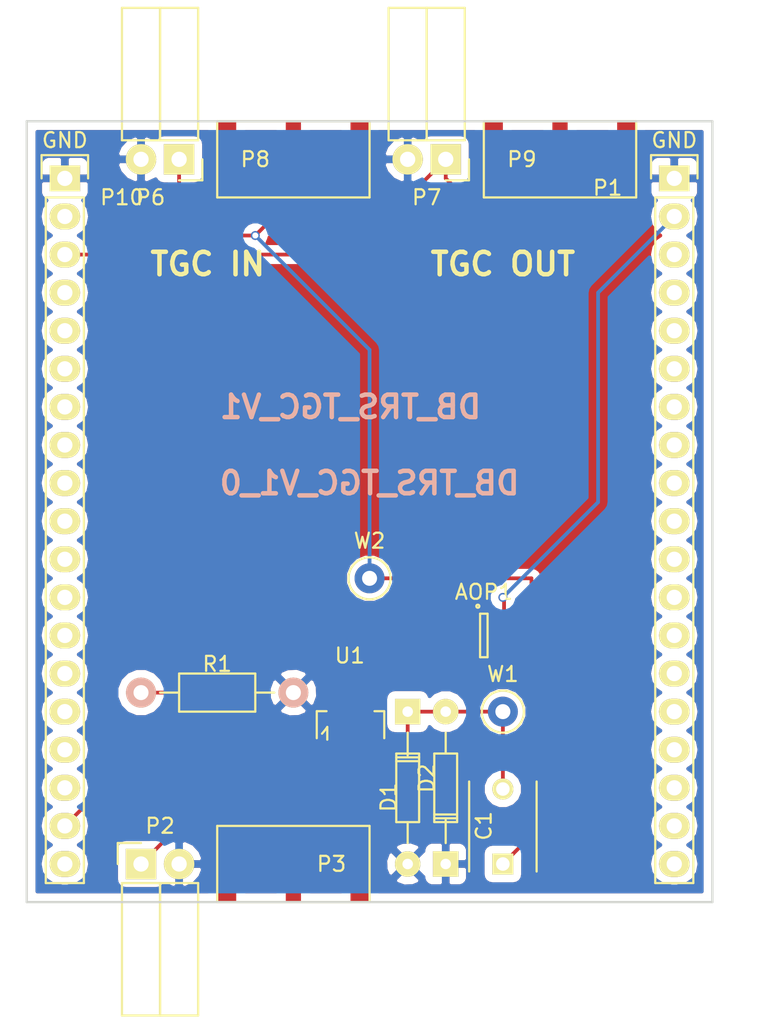
<source format=kicad_pcb>
(kicad_pcb (version 4) (host pcbnew 4.0.3+e1-6302~38~ubuntu16.04.1-stable)

  (general
    (links 32)
    (no_connects 1)
    (area 69.261667 66.644999 119.968334 135.285001)
    (thickness 1.6)
    (drawings 8)
    (tracks 62)
    (zones 0)
    (modules 16)
    (nets 43)
  )

  (page A4)
  (layers
    (0 F.Cu signal)
    (31 B.Cu signal)
    (32 B.Adhes user)
    (33 F.Adhes user)
    (34 B.Paste user)
    (35 F.Paste user)
    (36 B.SilkS user)
    (37 F.SilkS user)
    (38 B.Mask user)
    (39 F.Mask user)
    (40 Dwgs.User user)
    (41 Cmts.User user)
    (42 Eco1.User user)
    (43 Eco2.User user)
    (44 Edge.Cuts user)
    (45 Margin user)
    (46 B.CrtYd user)
    (47 F.CrtYd user)
    (48 B.Fab user)
    (49 F.Fab user)
  )

  (setup
    (last_trace_width 0.25)
    (trace_clearance 0.2)
    (zone_clearance 0.508)
    (zone_45_only no)
    (trace_min 0.2)
    (segment_width 0.2)
    (edge_width 0.15)
    (via_size 0.6)
    (via_drill 0.4)
    (via_min_size 0.4)
    (via_min_drill 0.3)
    (uvia_size 0.3)
    (uvia_drill 0.1)
    (uvias_allowed no)
    (uvia_min_size 0.2)
    (uvia_min_drill 0.1)
    (pcb_text_width 0.3)
    (pcb_text_size 1.5 1.5)
    (mod_edge_width 0.15)
    (mod_text_size 1 1)
    (mod_text_width 0.15)
    (pad_size 1.524 1.524)
    (pad_drill 0.762)
    (pad_to_mask_clearance 0.2)
    (aux_axis_origin 0 0)
    (visible_elements 7FFFFFFF)
    (pcbplotparams
      (layerselection 0x000f0_80000001)
      (usegerberextensions false)
      (excludeedgelayer true)
      (linewidth 0.100000)
      (plotframeref false)
      (viasonmask false)
      (mode 1)
      (useauxorigin false)
      (hpglpennumber 1)
      (hpglpenspeed 20)
      (hpglpendiameter 15)
      (hpglpenoverlay 2)
      (psnegative false)
      (psa4output false)
      (plotreference true)
      (plotvalue true)
      (plotinvisibletext false)
      (padsonsilk false)
      (subtractmaskfromsilk false)
      (outputformat 1)
      (mirror false)
      (drillshape 0)
      (scaleselection 1)
      (outputdirectory gerber/))
  )

  (net 0 "")
  (net 1 "Net-(AOP1-Pad1)")
  (net 2 "Net-(AOP1-Pad2)")
  (net 3 "Net-(AOP1-Pad3)")
  (net 4 "Net-(AOP1-Pad6)")
  (net 5 "Net-(C1-Pad2)")
  (net 6 GND)
  (net 7 "Net-(P1-Pad3)")
  (net 8 "Net-(P1-Pad4)")
  (net 9 "Net-(P1-Pad5)")
  (net 10 "Net-(P1-Pad6)")
  (net 11 "Net-(P1-Pad7)")
  (net 12 "Net-(P1-Pad8)")
  (net 13 "Net-(P1-Pad9)")
  (net 14 "Net-(P1-Pad10)")
  (net 15 "Net-(P1-Pad11)")
  (net 16 "Net-(P1-Pad12)")
  (net 17 "Net-(P1-Pad13)")
  (net 18 "Net-(P1-Pad14)")
  (net 19 "Net-(P1-Pad15)")
  (net 20 "Net-(P1-Pad16)")
  (net 21 "Net-(P1-Pad17)")
  (net 22 "Net-(P1-Pad18)")
  (net 23 "Net-(P1-Pad19)")
  (net 24 "Net-(P2-Pad1)")
  (net 25 "Net-(P10-Pad3)")
  (net 26 "Net-(P10-Pad4)")
  (net 27 "Net-(P10-Pad5)")
  (net 28 "Net-(P10-Pad6)")
  (net 29 "Net-(P10-Pad7)")
  (net 30 "Net-(P10-Pad8)")
  (net 31 "Net-(P10-Pad9)")
  (net 32 "Net-(P10-Pad10)")
  (net 33 "Net-(P10-Pad11)")
  (net 34 "Net-(P10-Pad12)")
  (net 35 "Net-(P10-Pad13)")
  (net 36 "Net-(P10-Pad14)")
  (net 37 "Net-(P10-Pad15)")
  (net 38 "Net-(P10-Pad16)")
  (net 39 "Net-(P10-Pad17)")
  (net 40 "Net-(P10-Pad19)")
  (net 41 "Net-(U1-Pad2)")
  (net 42 "Net-(P10-Pad2)")

  (net_class Default "This is the default net class."
    (clearance 0.2)
    (trace_width 0.25)
    (via_dia 0.6)
    (via_drill 0.4)
    (uvia_dia 0.3)
    (uvia_drill 0.1)
    (add_net GND)
    (add_net "Net-(AOP1-Pad1)")
    (add_net "Net-(AOP1-Pad2)")
    (add_net "Net-(AOP1-Pad3)")
    (add_net "Net-(AOP1-Pad6)")
    (add_net "Net-(C1-Pad2)")
    (add_net "Net-(P1-Pad10)")
    (add_net "Net-(P1-Pad11)")
    (add_net "Net-(P1-Pad12)")
    (add_net "Net-(P1-Pad13)")
    (add_net "Net-(P1-Pad14)")
    (add_net "Net-(P1-Pad15)")
    (add_net "Net-(P1-Pad16)")
    (add_net "Net-(P1-Pad17)")
    (add_net "Net-(P1-Pad18)")
    (add_net "Net-(P1-Pad19)")
    (add_net "Net-(P1-Pad3)")
    (add_net "Net-(P1-Pad4)")
    (add_net "Net-(P1-Pad5)")
    (add_net "Net-(P1-Pad6)")
    (add_net "Net-(P1-Pad7)")
    (add_net "Net-(P1-Pad8)")
    (add_net "Net-(P1-Pad9)")
    (add_net "Net-(P10-Pad10)")
    (add_net "Net-(P10-Pad11)")
    (add_net "Net-(P10-Pad12)")
    (add_net "Net-(P10-Pad13)")
    (add_net "Net-(P10-Pad14)")
    (add_net "Net-(P10-Pad15)")
    (add_net "Net-(P10-Pad16)")
    (add_net "Net-(P10-Pad17)")
    (add_net "Net-(P10-Pad19)")
    (add_net "Net-(P10-Pad2)")
    (add_net "Net-(P10-Pad3)")
    (add_net "Net-(P10-Pad4)")
    (add_net "Net-(P10-Pad5)")
    (add_net "Net-(P10-Pad6)")
    (add_net "Net-(P10-Pad7)")
    (add_net "Net-(P10-Pad8)")
    (add_net "Net-(P10-Pad9)")
    (add_net "Net-(P2-Pad1)")
    (add_net "Net-(U1-Pad2)")
  )

  (module "Echopen:SOT-23-6_Handsoldering(OPA625)" placed (layer F.Cu) (tedit 57B6DC67) (tstamp 57B6DF21)
    (at 101.6 109.22)
    (descr "6-pin SOT-23 package, Handsoldering")
    (tags "SOT-23-6 Handsoldering")
    (path /57A890C6)
    (attr smd)
    (fp_text reference AOP1 (at 0 -2.9) (layer F.SilkS)
      (effects (font (size 1 1) (thickness 0.15)))
    )
    (fp_text value OPA625 (at 0 2.9) (layer F.Fab)
      (effects (font (size 1 1) (thickness 0.15)))
    )
    (fp_line (start -2.4 1.7) (end -2.4 -1.7) (layer F.CrtYd) (width 0.05))
    (fp_line (start 2.4 1.7) (end -2.4 1.7) (layer F.CrtYd) (width 0.05))
    (fp_line (start 2.4 -1.7) (end 2.4 1.7) (layer F.CrtYd) (width 0.05))
    (fp_line (start -2.4 -1.7) (end 2.4 -1.7) (layer F.CrtYd) (width 0.05))
    (fp_circle (center -0.4 -1.95) (end -0.3 -1.95) (layer F.SilkS) (width 0.15))
    (fp_line (start 0.25 -1.45) (end -0.25 -1.45) (layer F.SilkS) (width 0.15))
    (fp_line (start 0.25 1.45) (end 0.25 -1.45) (layer F.SilkS) (width 0.15))
    (fp_line (start -0.25 1.45) (end 0.25 1.45) (layer F.SilkS) (width 0.15))
    (fp_line (start -0.25 -1.45) (end -0.25 1.45) (layer F.SilkS) (width 0.15))
    (pad 1 smd rect (at -1.35 -0.95) (size 1.56 0.65) (layers F.Cu F.Paste F.Mask)
      (net 1 "Net-(AOP1-Pad1)"))
    (pad 2 smd rect (at -1.35 0) (size 1.56 0.65) (layers F.Cu F.Paste F.Mask)
      (net 2 "Net-(AOP1-Pad2)"))
    (pad 3 smd rect (at -1.35 0.95) (size 1.56 0.65) (layers F.Cu F.Paste F.Mask)
      (net 3 "Net-(AOP1-Pad3)"))
    (pad 4 smd rect (at 1.35 0.95) (size 1.56 0.65) (layers F.Cu F.Paste F.Mask)
      (net 1 "Net-(AOP1-Pad1)"))
    (pad 6 smd rect (at 1.35 -0.95) (size 1.56 0.65) (layers F.Cu F.Paste F.Mask)
      (net 4 "Net-(AOP1-Pad6)"))
    (pad 5 smd rect (at 1.35 0) (size 1.56 0.65) (layers F.Cu F.Paste F.Mask)
      (net 2 "Net-(AOP1-Pad2)"))
    (model TO_SOT_Packages_SMD.3dshapes/SOT-23-6.wrl
      (at (xyz 0 0 0))
      (scale (xyz 1 1 1))
      (rotate (xyz 0 0 0))
    )
  )

  (module Echopen:C_TH_common placed (layer F.Cu) (tedit 57B463AA) (tstamp 57B6DF27)
    (at 102.87 124.46 90)
    (descr "Capacitor 6mm Disc, Pitch 5mm")
    (tags Capacitor)
    (path /57A88DB5)
    (fp_text reference C1 (at 2.54 -1.27 90) (layer F.SilkS)
      (effects (font (size 1 1) (thickness 0.15)))
    )
    (fp_text value 1n (at 2.54 1.27 90) (layer F.Fab)
      (effects (font (size 1 1) (thickness 0.15)))
    )
    (fp_line (start -0.95 -2.5) (end 5.95 -2.5) (layer F.CrtYd) (width 0.05))
    (fp_line (start 5.95 -2.5) (end 5.95 2.5) (layer F.CrtYd) (width 0.05))
    (fp_line (start 5.95 2.5) (end -0.95 2.5) (layer F.CrtYd) (width 0.05))
    (fp_line (start -0.95 2.5) (end -0.95 -2.5) (layer F.CrtYd) (width 0.05))
    (fp_line (start -0.5 -2.25) (end 5.5 -2.25) (layer F.SilkS) (width 0.15))
    (fp_line (start 5.5 2.25) (end -0.5 2.25) (layer F.SilkS) (width 0.15))
    (pad 1 thru_hole rect (at 0 0 90) (size 1.4 1.4) (drill 0.9) (layers *.Cu *.Mask F.SilkS)
      (net 3 "Net-(AOP1-Pad3)"))
    (pad 2 thru_hole circle (at 5 0 90) (size 1.4 1.4) (drill 0.9) (layers *.Cu *.Mask F.SilkS)
      (net 5 "Net-(C1-Pad2)"))
    (model Capacitors_ThroughHole.3dshapes/C_Disc_D6_P5.wrl
      (at (xyz 0.098425 0 0))
      (scale (xyz 1 1 1))
      (rotate (xyz 0 0 0))
    )
  )

  (module Echopen:D_TH_common placed (layer F.Cu) (tedit 57B6EFEF) (tstamp 57B6DF2D)
    (at 96.52 114.3 270)
    (descr "Diode, DO-35,  SOD27, Horizontal, RM 10mm")
    (tags "Diode, DO-35, SOD27, Horizontal, RM 10mm, 1N4148,")
    (path /57A4AE58)
    (fp_text reference D1 (at 5.715 1.27 270) (layer F.SilkS)
      (effects (font (size 1 1) (thickness 0.15)))
    )
    (fp_text value 1N4148 (at 5.08 0 270) (layer F.Fab)
      (effects (font (size 1 1) (thickness 0.15)))
    )
    (fp_line (start 7.36652 -0.00254) (end 8.76352 -0.00254) (layer F.SilkS) (width 0.15))
    (fp_line (start 2.92152 -0.00254) (end 1.39752 -0.00254) (layer F.SilkS) (width 0.15))
    (fp_line (start 3.30252 -0.76454) (end 3.30252 0.75946) (layer F.SilkS) (width 0.15))
    (fp_line (start 3.04852 -0.76454) (end 3.04852 0.75946) (layer F.SilkS) (width 0.15))
    (fp_line (start 2.79452 -0.00254) (end 2.79452 0.75946) (layer F.SilkS) (width 0.15))
    (fp_line (start 2.79452 0.75946) (end 7.36652 0.75946) (layer F.SilkS) (width 0.15))
    (fp_line (start 7.36652 0.75946) (end 7.36652 -0.76454) (layer F.SilkS) (width 0.15))
    (fp_line (start 7.36652 -0.76454) (end 2.79452 -0.76454) (layer F.SilkS) (width 0.15))
    (fp_line (start 2.79452 -0.76454) (end 2.79452 -0.00254) (layer F.SilkS) (width 0.15))
    (pad 2 thru_hole circle (at 10.16052 -0.00254 90) (size 1.69926 1.69926) (drill 0.70104) (layers *.Cu *.Mask F.SilkS)
      (net 6 GND))
    (pad 1 thru_hole rect (at 0.00052 -0.00254 90) (size 1.69926 1.69926) (drill 0.70104) (layers *.Cu *.Mask F.SilkS)
      (net 5 "Net-(C1-Pad2)"))
    (model Diodes_ThroughHole.3dshapes/Diode_DO-35_SOD27_Horizontal_RM10.wrl
      (at (xyz 0.2 0 0))
      (scale (xyz 0.4 0.4 0.4))
      (rotate (xyz 0 0 180))
    )
  )

  (module Echopen:D_TH_common placed (layer F.Cu) (tedit 57B580CB) (tstamp 57B6DF33)
    (at 99.06 124.46 90)
    (descr "Diode, DO-35,  SOD27, Horizontal, RM 10mm")
    (tags "Diode, DO-35, SOD27, Horizontal, RM 10mm, 1N4148,")
    (path /57A4AEBB)
    (fp_text reference D2 (at 5.715 -1.27 90) (layer F.SilkS)
      (effects (font (size 1 1) (thickness 0.15)))
    )
    (fp_text value IN4148 (at 5.08 0 90) (layer F.Fab)
      (effects (font (size 1 1) (thickness 0.15)))
    )
    (fp_line (start 7.36652 -0.00254) (end 8.76352 -0.00254) (layer F.SilkS) (width 0.15))
    (fp_line (start 2.92152 -0.00254) (end 1.39752 -0.00254) (layer F.SilkS) (width 0.15))
    (fp_line (start 3.30252 -0.76454) (end 3.30252 0.75946) (layer F.SilkS) (width 0.15))
    (fp_line (start 3.04852 -0.76454) (end 3.04852 0.75946) (layer F.SilkS) (width 0.15))
    (fp_line (start 2.79452 -0.00254) (end 2.79452 0.75946) (layer F.SilkS) (width 0.15))
    (fp_line (start 2.79452 0.75946) (end 7.36652 0.75946) (layer F.SilkS) (width 0.15))
    (fp_line (start 7.36652 0.75946) (end 7.36652 -0.76454) (layer F.SilkS) (width 0.15))
    (fp_line (start 7.36652 -0.76454) (end 2.79452 -0.76454) (layer F.SilkS) (width 0.15))
    (fp_line (start 2.79452 -0.76454) (end 2.79452 -0.00254) (layer F.SilkS) (width 0.15))
    (pad 2 thru_hole circle (at 10.16052 -0.00254 270) (size 1.69926 1.69926) (drill 0.70104) (layers *.Cu *.Mask F.SilkS)
      (net 5 "Net-(C1-Pad2)"))
    (pad 1 thru_hole rect (at 0.00052 -0.00254 270) (size 1.69926 1.69926) (drill 0.70104) (layers *.Cu *.Mask F.SilkS)
      (net 6 GND))
    (model Diodes_ThroughHole.3dshapes/Diode_DO-35_SOD27_Horizontal_RM10.wrl
      (at (xyz 0.2 0 0))
      (scale (xyz 0.4 0.4 0.4))
      (rotate (xyz 0 0 180))
    )
  )

  (module Socket_Strips:Socket_Strip_Angled_1x02 placed (layer F.Cu) (tedit 57B6EFE4) (tstamp 57B6DF50)
    (at 78.74 124.46)
    (descr "Through hole socket strip")
    (tags "socket strip")
    (path /57A887E1)
    (fp_text reference P2 (at 1.27 -2.54) (layer F.SilkS)
      (effects (font (size 1 1) (thickness 0.15)))
    )
    (fp_text value CONN_01X02 (at 0 -2.75) (layer F.Fab)
      (effects (font (size 1 1) (thickness 0.15)))
    )
    (fp_line (start -1.75 -1.5) (end -1.75 10.6) (layer F.CrtYd) (width 0.05))
    (fp_line (start 4.3 -1.5) (end 4.3 10.6) (layer F.CrtYd) (width 0.05))
    (fp_line (start -1.75 -1.5) (end 4.3 -1.5) (layer F.CrtYd) (width 0.05))
    (fp_line (start -1.75 10.6) (end 4.3 10.6) (layer F.CrtYd) (width 0.05))
    (fp_line (start 3.81 10.1) (end 3.81 1.27) (layer F.SilkS) (width 0.15))
    (fp_line (start 1.27 10.1) (end 3.81 10.1) (layer F.SilkS) (width 0.15))
    (fp_line (start 1.27 1.27) (end 1.27 10.1) (layer F.SilkS) (width 0.15))
    (fp_line (start 1.27 1.27) (end 3.81 1.27) (layer F.SilkS) (width 0.15))
    (fp_line (start -1.27 1.27) (end 1.27 1.27) (layer F.SilkS) (width 0.15))
    (fp_line (start 0 -1.4) (end -1.55 -1.4) (layer F.SilkS) (width 0.15))
    (fp_line (start -1.55 -1.4) (end -1.55 0) (layer F.SilkS) (width 0.15))
    (fp_line (start -1.27 1.27) (end -1.27 10.1) (layer F.SilkS) (width 0.15))
    (fp_line (start -1.27 10.1) (end 1.27 10.1) (layer F.SilkS) (width 0.15))
    (fp_line (start 1.27 10.1) (end 1.27 1.27) (layer F.SilkS) (width 0.15))
    (pad 1 thru_hole rect (at 0 0) (size 2.032 2.032) (drill 1.016) (layers *.Cu *.Mask F.SilkS)
      (net 24 "Net-(P2-Pad1)"))
    (pad 2 thru_hole oval (at 2.54 0) (size 2.032 2.032) (drill 1.016) (layers *.Cu *.Mask F.SilkS)
      (net 6 GND))
    (model Socket_Strips.3dshapes/Socket_Strip_Angled_1x02.wrl
      (at (xyz 0.05 0 0))
      (scale (xyz 1 1 1))
      (rotate (xyz 0 0 180))
    )
  )

  (module Socket_Strips:Socket_Strip_Angled_1x02 placed (layer F.Cu) (tedit 57B6EFCE) (tstamp 57B6DF5D)
    (at 81.28 77.47 180)
    (descr "Through hole socket strip")
    (tags "socket strip")
    (path /57A8A021)
    (fp_text reference P6 (at 1.905 -2.54 180) (layer F.SilkS)
      (effects (font (size 1 1) (thickness 0.15)))
    )
    (fp_text value CONN_01X02 (at 0 -2.75 180) (layer F.Fab)
      (effects (font (size 1 1) (thickness 0.15)))
    )
    (fp_line (start -1.75 -1.5) (end -1.75 10.6) (layer F.CrtYd) (width 0.05))
    (fp_line (start 4.3 -1.5) (end 4.3 10.6) (layer F.CrtYd) (width 0.05))
    (fp_line (start -1.75 -1.5) (end 4.3 -1.5) (layer F.CrtYd) (width 0.05))
    (fp_line (start -1.75 10.6) (end 4.3 10.6) (layer F.CrtYd) (width 0.05))
    (fp_line (start 3.81 10.1) (end 3.81 1.27) (layer F.SilkS) (width 0.15))
    (fp_line (start 1.27 10.1) (end 3.81 10.1) (layer F.SilkS) (width 0.15))
    (fp_line (start 1.27 1.27) (end 1.27 10.1) (layer F.SilkS) (width 0.15))
    (fp_line (start 1.27 1.27) (end 3.81 1.27) (layer F.SilkS) (width 0.15))
    (fp_line (start -1.27 1.27) (end 1.27 1.27) (layer F.SilkS) (width 0.15))
    (fp_line (start 0 -1.4) (end -1.55 -1.4) (layer F.SilkS) (width 0.15))
    (fp_line (start -1.55 -1.4) (end -1.55 0) (layer F.SilkS) (width 0.15))
    (fp_line (start -1.27 1.27) (end -1.27 10.1) (layer F.SilkS) (width 0.15))
    (fp_line (start -1.27 10.1) (end 1.27 10.1) (layer F.SilkS) (width 0.15))
    (fp_line (start 1.27 10.1) (end 1.27 1.27) (layer F.SilkS) (width 0.15))
    (pad 1 thru_hole rect (at 0 0 180) (size 2.032 2.032) (drill 1.016) (layers *.Cu *.Mask F.SilkS)
      (net 1 "Net-(AOP1-Pad1)"))
    (pad 2 thru_hole oval (at 2.54 0 180) (size 2.032 2.032) (drill 1.016) (layers *.Cu *.Mask F.SilkS)
      (net 6 GND))
    (model Socket_Strips.3dshapes/Socket_Strip_Angled_1x02.wrl
      (at (xyz 0.05 0 0))
      (scale (xyz 1 1 1))
      (rotate (xyz 0 0 180))
    )
  )

  (module Socket_Strips:Socket_Strip_Angled_1x02 placed (layer F.Cu) (tedit 57B6EFCA) (tstamp 57B6DF63)
    (at 99.06 77.47 180)
    (descr "Through hole socket strip")
    (tags "socket strip")
    (path /57A8A115)
    (fp_text reference P7 (at 1.27 -2.54 180) (layer F.SilkS)
      (effects (font (size 1 1) (thickness 0.15)))
    )
    (fp_text value CONN_01X02 (at 0 -2.75 180) (layer F.Fab)
      (effects (font (size 1 1) (thickness 0.15)))
    )
    (fp_line (start -1.75 -1.5) (end -1.75 10.6) (layer F.CrtYd) (width 0.05))
    (fp_line (start 4.3 -1.5) (end 4.3 10.6) (layer F.CrtYd) (width 0.05))
    (fp_line (start -1.75 -1.5) (end 4.3 -1.5) (layer F.CrtYd) (width 0.05))
    (fp_line (start -1.75 10.6) (end 4.3 10.6) (layer F.CrtYd) (width 0.05))
    (fp_line (start 3.81 10.1) (end 3.81 1.27) (layer F.SilkS) (width 0.15))
    (fp_line (start 1.27 10.1) (end 3.81 10.1) (layer F.SilkS) (width 0.15))
    (fp_line (start 1.27 1.27) (end 1.27 10.1) (layer F.SilkS) (width 0.15))
    (fp_line (start 1.27 1.27) (end 3.81 1.27) (layer F.SilkS) (width 0.15))
    (fp_line (start -1.27 1.27) (end 1.27 1.27) (layer F.SilkS) (width 0.15))
    (fp_line (start 0 -1.4) (end -1.55 -1.4) (layer F.SilkS) (width 0.15))
    (fp_line (start -1.55 -1.4) (end -1.55 0) (layer F.SilkS) (width 0.15))
    (fp_line (start -1.27 1.27) (end -1.27 10.1) (layer F.SilkS) (width 0.15))
    (fp_line (start -1.27 10.1) (end 1.27 10.1) (layer F.SilkS) (width 0.15))
    (fp_line (start 1.27 10.1) (end 1.27 1.27) (layer F.SilkS) (width 0.15))
    (pad 1 thru_hole rect (at 0 0 180) (size 2.032 2.032) (drill 1.016) (layers *.Cu *.Mask F.SilkS)
      (net 25 "Net-(P10-Pad3)"))
    (pad 2 thru_hole oval (at 2.54 0 180) (size 2.032 2.032) (drill 1.016) (layers *.Cu *.Mask F.SilkS)
      (net 6 GND))
    (model Socket_Strips.3dshapes/Socket_Strip_Angled_1x02.wrl
      (at (xyz 0.05 0 0))
      (scale (xyz 1 1 1))
      (rotate (xyz 0 0 180))
    )
  )

  (module Echopen:Resistor_TH_common placed (layer F.Cu) (tedit 57B5849C) (tstamp 57B6DF8E)
    (at 78.74 113.03)
    (descr "Resistor, Axial,  RM 10mm, 1/3W")
    (tags "Resistor Axial RM 10mm 1/3W")
    (path /57A88ECC)
    (fp_text reference R1 (at 5.08 -1.905) (layer F.SilkS)
      (effects (font (size 1 1) (thickness 0.15)))
    )
    (fp_text value 220 (at 5.08 0) (layer F.Fab)
      (effects (font (size 1 1) (thickness 0.15)))
    )
    (fp_line (start -1.25 -1.5) (end 11.4 -1.5) (layer F.CrtYd) (width 0.05))
    (fp_line (start -1.25 1.5) (end -1.25 -1.5) (layer F.CrtYd) (width 0.05))
    (fp_line (start 11.4 -1.5) (end 11.4 1.5) (layer F.CrtYd) (width 0.05))
    (fp_line (start -1.25 1.5) (end 11.4 1.5) (layer F.CrtYd) (width 0.05))
    (fp_line (start 2.54 -1.27) (end 7.62 -1.27) (layer F.SilkS) (width 0.15))
    (fp_line (start 7.62 -1.27) (end 7.62 1.27) (layer F.SilkS) (width 0.15))
    (fp_line (start 7.62 1.27) (end 2.54 1.27) (layer F.SilkS) (width 0.15))
    (fp_line (start 2.54 1.27) (end 2.54 -1.27) (layer F.SilkS) (width 0.15))
    (fp_line (start 2.54 0) (end 1.27 0) (layer F.SilkS) (width 0.15))
    (fp_line (start 7.62 0) (end 8.89 0) (layer F.SilkS) (width 0.15))
    (pad 1 thru_hole circle (at 0 0) (size 1.99898 1.99898) (drill 1.00076) (layers *.Cu *.SilkS *.Mask)
      (net 3 "Net-(AOP1-Pad3)"))
    (pad 2 thru_hole circle (at 10.16 0) (size 1.99898 1.99898) (drill 1.00076) (layers *.Cu *.SilkS *.Mask)
      (net 6 GND))
    (model Resistors_ThroughHole.3dshapes/Resistor_Horizontal_RM10mm.wrl
      (at (xyz 0.2 0 0))
      (scale (xyz 0.4 0.4 0.4))
      (rotate (xyz 0 0 0))
    )
  )

  (module "Echopen:SOT89-3_(MD0100)" placed (layer F.Cu) (tedit 57B6DD2F) (tstamp 57B6DF97)
    (at 92.71 115.57)
    (descr "SOT89-3, Housing, Handsoldering,")
    (tags "SOT89-3, Housing, Handsoldering,")
    (path /57A4ADCE)
    (attr smd)
    (fp_text reference U1 (at -0.0508 -5.00126) (layer F.SilkS)
      (effects (font (size 1 1) (thickness 0.15)))
    )
    (fp_text value MD0100 (at -0.14986 5.30098) (layer F.Fab)
      (effects (font (size 1 1) (thickness 0.15)))
    )
    (fp_line (start -1.89992 0.20066) (end -1.651 -0.09906) (layer F.SilkS) (width 0.15))
    (fp_line (start -1.651 -0.09906) (end -1.5494 -0.24892) (layer F.SilkS) (width 0.15))
    (fp_line (start -1.5494 -0.24892) (end -1.5494 0.59944) (layer F.SilkS) (width 0.15))
    (fp_line (start -2.25044 -1.30048) (end -2.25044 0.50038) (layer F.SilkS) (width 0.15))
    (fp_line (start -2.25044 -1.30048) (end -1.6002 -1.30048) (layer F.SilkS) (width 0.15))
    (fp_line (start 2.25044 -1.30048) (end 2.25044 0.50038) (layer F.SilkS) (width 0.15))
    (fp_line (start 2.25044 -1.30048) (end 1.6002 -1.30048) (layer F.SilkS) (width 0.15))
    (pad 1 smd rect (at -1.50114 2.35204) (size 1.00076 2.5019) (layers F.Cu F.Paste F.Mask)
      (net 24 "Net-(P2-Pad1)"))
    (pad 2 smd rect (at 0 2.35204) (size 1.00076 2.5019) (layers F.Cu F.Paste F.Mask)
      (net 41 "Net-(U1-Pad2)"))
    (pad 3 smd rect (at 1.50114 2.35204) (size 1.00076 2.5019) (layers F.Cu F.Paste F.Mask)
      (net 5 "Net-(C1-Pad2)"))
    (pad 2 smd rect (at 0 -1.6002) (size 1.99898 4.0005) (layers F.Cu F.Paste F.Mask)
      (net 41 "Net-(U1-Pad2)"))
    (pad 2 smd trapezoid (at 0 0.7493 180) (size 1.50114 0.7493) (rect_delta 0 0.50038 ) (layers F.Cu F.Paste F.Mask)
      (net 41 "Net-(U1-Pad2)"))
    (model TO_SOT_Packages_SMD.3dshapes/SOT89-3_Housing_Handsoldering.wrl
      (at (xyz 0 0 0))
      (scale (xyz 0.3937 0.3937 0.3937))
      (rotate (xyz 0 0 0))
    )
  )

  (module Measurement_Points:Test_Point_Keystone_5000-5004_Miniature placed (layer F.Cu) (tedit 56E5DE14) (tstamp 57B6DF9C)
    (at 102.87 114.3)
    (descr "Keystone Miniature THM Test Point 5000-5004, http://www.keyelco.com/product-pdf.cfm?p=1309")
    (tags "Through Hole Mount Test Points")
    (path /57B6E069)
    (attr virtual)
    (fp_text reference W1 (at 0 -2.5) (layer F.SilkS)
      (effects (font (size 1 1) (thickness 0.15)))
    )
    (fp_text value TEST_1P (at 0 2.5) (layer F.Fab)
      (effects (font (size 1 1) (thickness 0.15)))
    )
    (fp_circle (center 0 0) (end 1.65 0) (layer F.CrtYd) (width 0.05))
    (fp_line (start -0.75 -0.25) (end 0.75 -0.25) (layer F.Fab) (width 0.15))
    (fp_line (start 0.75 -0.25) (end 0.75 0.25) (layer F.Fab) (width 0.15))
    (fp_line (start 0.75 0.25) (end -0.75 0.25) (layer F.Fab) (width 0.15))
    (fp_line (start -0.75 0.25) (end -0.75 -0.25) (layer F.Fab) (width 0.15))
    (fp_circle (center 0 0) (end 1.25 0) (layer F.Fab) (width 0.15))
    (fp_circle (center 0 0) (end 1.4 0) (layer F.SilkS) (width 0.15))
    (pad 1 thru_hole circle (at 0 0) (size 2 2) (drill 1) (layers *.Cu *.Mask)
      (net 5 "Net-(C1-Pad2)"))
  )

  (module Measurement_Points:Test_Point_Keystone_5000-5004_Miniature placed (layer F.Cu) (tedit 56E5DE14) (tstamp 57B6DFA1)
    (at 93.98 105.41)
    (descr "Keystone Miniature THM Test Point 5000-5004, http://www.keyelco.com/product-pdf.cfm?p=1309")
    (tags "Through Hole Mount Test Points")
    (path /57B6E214)
    (attr virtual)
    (fp_text reference W2 (at 0 -2.5) (layer F.SilkS)
      (effects (font (size 1 1) (thickness 0.15)))
    )
    (fp_text value TEST_1P (at 0 2.5) (layer F.Fab)
      (effects (font (size 1 1) (thickness 0.15)))
    )
    (fp_circle (center 0 0) (end 1.65 0) (layer F.CrtYd) (width 0.05))
    (fp_line (start -0.75 -0.25) (end 0.75 -0.25) (layer F.Fab) (width 0.15))
    (fp_line (start 0.75 -0.25) (end 0.75 0.25) (layer F.Fab) (width 0.15))
    (fp_line (start 0.75 0.25) (end -0.75 0.25) (layer F.Fab) (width 0.15))
    (fp_line (start -0.75 0.25) (end -0.75 -0.25) (layer F.Fab) (width 0.15))
    (fp_circle (center 0 0) (end 1.25 0) (layer F.Fab) (width 0.15))
    (fp_circle (center 0 0) (end 1.4 0) (layer F.SilkS) (width 0.15))
    (pad 1 thru_hole circle (at 0 0) (size 2 2) (drill 1) (layers *.Cu *.Mask)
      (net 1 "Net-(AOP1-Pad1)"))
  )

  (module Echopen:SMA (layer F.Cu) (tedit 57B6CD4E) (tstamp 57B6DF71)
    (at 106.68 77.47 180)
    (path /57A8A10F)
    (fp_text reference P9 (at 2.54 0 180) (layer F.SilkS)
      (effects (font (size 1 1) (thickness 0.15)))
    )
    (fp_text value SMA (at -2.54 0 180) (layer F.Fab)
      (effects (font (size 1 1) (thickness 0.15)))
    )
    (fp_line (start -5.08 -2.54) (end 5.08 -2.54) (layer F.SilkS) (width 0.15))
    (fp_line (start 5.08 -2.54) (end 5.08 2.54) (layer F.SilkS) (width 0.15))
    (fp_line (start 5.08 2.54) (end -5.08 2.54) (layer F.SilkS) (width 0.15))
    (fp_line (start -5.08 2.54) (end -5.08 -2.54) (layer F.SilkS) (width 0.15))
    (pad 2 smd rect (at -5.08 0 180) (size 1.27 5.08) (drill (offset 0.635 0)) (layers *.Paste *.Mask F.Cu)
      (net 6 GND))
    (pad 2 smd rect (at 5.08 0 180) (size 1.27 5.08) (drill (offset -0.635 0)) (layers *.Paste *.Mask F.Cu)
      (net 6 GND))
    (pad 1 smd rect (at 0 0 180) (size 1.016 5.08) (layers F.Cu F.Paste F.Mask)
      (net 25 "Net-(P10-Pad3)"))
    (model ../../../../../home/echopen/Bureau/GitHub/electronic/kicad/Librairy/3d/sma_90_r300.124.403.wrl
      (at (xyz 0 -0.15 0))
      (scale (xyz 0.9 0.9 0.9))
      (rotate (xyz 0 0 0))
    )
  )

  (module Echopen:SMA (layer F.Cu) (tedit 57B6CD4E) (tstamp 57B6DF6A)
    (at 88.9 77.47 180)
    (path /57A8A01B)
    (fp_text reference P8 (at 2.54 0 180) (layer F.SilkS)
      (effects (font (size 1 1) (thickness 0.15)))
    )
    (fp_text value SMA (at -2.54 0 180) (layer F.Fab)
      (effects (font (size 1 1) (thickness 0.15)))
    )
    (fp_line (start -5.08 -2.54) (end 5.08 -2.54) (layer F.SilkS) (width 0.15))
    (fp_line (start 5.08 -2.54) (end 5.08 2.54) (layer F.SilkS) (width 0.15))
    (fp_line (start 5.08 2.54) (end -5.08 2.54) (layer F.SilkS) (width 0.15))
    (fp_line (start -5.08 2.54) (end -5.08 -2.54) (layer F.SilkS) (width 0.15))
    (pad 2 smd rect (at -5.08 0 180) (size 1.27 5.08) (drill (offset 0.635 0)) (layers *.Paste *.Mask F.Cu)
      (net 6 GND))
    (pad 2 smd rect (at 5.08 0 180) (size 1.27 5.08) (drill (offset -0.635 0)) (layers *.Paste *.Mask F.Cu)
      (net 6 GND))
    (pad 1 smd rect (at 0 0 180) (size 1.016 5.08) (layers F.Cu F.Paste F.Mask)
      (net 1 "Net-(AOP1-Pad1)"))
    (model ../../../../../home/echopen/Bureau/GitHub/electronic/kicad/Librairy/3d/sma_90_r300.124.403.wrl
      (at (xyz 0 -0.15 0))
      (scale (xyz 0.9 0.9 0.9))
      (rotate (xyz 0 0 0))
    )
  )

  (module Echopen:SMA (layer F.Cu) (tedit 57B6CD4E) (tstamp 57B6DF57)
    (at 88.9 124.46)
    (path /57A88786)
    (fp_text reference P3 (at 2.54 0) (layer F.SilkS)
      (effects (font (size 1 1) (thickness 0.15)))
    )
    (fp_text value SMA (at -2.54 0) (layer F.Fab)
      (effects (font (size 1 1) (thickness 0.15)))
    )
    (fp_line (start -5.08 -2.54) (end 5.08 -2.54) (layer F.SilkS) (width 0.15))
    (fp_line (start 5.08 -2.54) (end 5.08 2.54) (layer F.SilkS) (width 0.15))
    (fp_line (start 5.08 2.54) (end -5.08 2.54) (layer F.SilkS) (width 0.15))
    (fp_line (start -5.08 2.54) (end -5.08 -2.54) (layer F.SilkS) (width 0.15))
    (pad 2 smd rect (at -5.08 0) (size 1.27 5.08) (drill (offset 0.635 0)) (layers *.Paste *.Mask F.Cu)
      (net 6 GND))
    (pad 2 smd rect (at 5.08 0) (size 1.27 5.08) (drill (offset -0.635 0)) (layers *.Paste *.Mask F.Cu)
      (net 6 GND))
    (pad 1 smd rect (at 0 0) (size 1.016 5.08) (layers F.Cu F.Paste F.Mask)
      (net 24 "Net-(P2-Pad1)"))
    (model ../../../../../home/echopen/Bureau/GitHub/electronic/kicad/Librairy/3d/sma_90_r300.124.403.wrl
      (at (xyz 0 -0.15 0))
      (scale (xyz 0.9 0.9 0.9))
      (rotate (xyz 0 0 0))
    )
  )

  (module Echopen:Header_pin_1x19 (layer F.Cu) (tedit 57BB32E4) (tstamp 57B6DF4A)
    (at 114.3 101.6)
    (descr "Through hole socket strip")
    (tags "socket strip")
    (path /57A8841B)
    (fp_text reference P1 (at -4.445 -22.225) (layer F.SilkS)
      (effects (font (size 1 1) (thickness 0.15)))
    )
    (fp_text value CONN_01X19 (at 0.635 26.035) (layer F.Fab)
      (effects (font (size 1 1) (thickness 0.15)))
    )
    (fp_text user GND (at 0 -25.4) (layer F.SilkS)
      (effects (font (size 1 1) (thickness 0.15)))
    )
    (fp_line (start 1.75 -24.61) (end -1.75 -24.61) (layer F.CrtYd) (width 0.05))
    (fp_line (start 1.75 24.64) (end -1.75 24.64) (layer F.CrtYd) (width 0.05))
    (fp_line (start 1.75 -24.61) (end 1.75 24.64) (layer F.CrtYd) (width 0.05))
    (fp_line (start -1.75 -24.61) (end -1.75 24.64) (layer F.CrtYd) (width 0.05))
    (fp_line (start -1.27 -21.59) (end -1.27 24.13) (layer F.SilkS) (width 0.15))
    (fp_line (start -1.27 24.13) (end 1.27 24.13) (layer F.SilkS) (width 0.15))
    (fp_line (start 1.27 24.13) (end 1.27 -21.59) (layer F.SilkS) (width 0.15))
    (fp_line (start -1.55 -24.41) (end -1.55 -22.86) (layer F.SilkS) (width 0.15))
    (fp_line (start -1.27 -21.59) (end 1.27 -21.59) (layer F.SilkS) (width 0.15))
    (fp_line (start 1.55 -22.86) (end 1.55 -24.41) (layer F.SilkS) (width 0.15))
    (fp_line (start 1.55 -24.41) (end -1.55 -24.41) (layer F.SilkS) (width 0.15))
    (pad 1 thru_hole rect (at 0 -22.86 270) (size 1.7272 2.032) (drill 1.016) (layers *.Cu *.Mask F.SilkS)
      (net 6 GND))
    (pad 2 thru_hole oval (at 0 -20.32 270) (size 1.7272 2.032) (drill 1.016) (layers *.Cu *.Mask F.SilkS)
      (net 4 "Net-(AOP1-Pad6)"))
    (pad 3 thru_hole oval (at 0 -17.78 270) (size 1.7272 2.032) (drill 1.016) (layers *.Cu *.Mask F.SilkS)
      (net 7 "Net-(P1-Pad3)"))
    (pad 4 thru_hole oval (at 0 -15.24 270) (size 1.7272 2.032) (drill 1.016) (layers *.Cu *.Mask F.SilkS)
      (net 8 "Net-(P1-Pad4)"))
    (pad 5 thru_hole oval (at 0 -12.7 270) (size 1.7272 2.032) (drill 1.016) (layers *.Cu *.Mask F.SilkS)
      (net 9 "Net-(P1-Pad5)"))
    (pad 6 thru_hole oval (at 0 -10.16 270) (size 1.7272 2.032) (drill 1.016) (layers *.Cu *.Mask F.SilkS)
      (net 10 "Net-(P1-Pad6)"))
    (pad 7 thru_hole oval (at 0 -7.62 270) (size 1.7272 2.032) (drill 1.016) (layers *.Cu *.Mask F.SilkS)
      (net 11 "Net-(P1-Pad7)"))
    (pad 8 thru_hole oval (at 0 -5.08 270) (size 1.7272 2.032) (drill 1.016) (layers *.Cu *.Mask F.SilkS)
      (net 12 "Net-(P1-Pad8)"))
    (pad 9 thru_hole oval (at 0 -2.54 270) (size 1.7272 2.032) (drill 1.016) (layers *.Cu *.Mask F.SilkS)
      (net 13 "Net-(P1-Pad9)"))
    (pad 10 thru_hole oval (at 0 0 270) (size 1.7272 2.032) (drill 1.016) (layers *.Cu *.Mask F.SilkS)
      (net 14 "Net-(P1-Pad10)"))
    (pad 11 thru_hole oval (at 0 2.54 270) (size 1.7272 2.032) (drill 1.016) (layers *.Cu *.Mask F.SilkS)
      (net 15 "Net-(P1-Pad11)"))
    (pad 12 thru_hole oval (at 0 5.08 270) (size 1.7272 2.032) (drill 1.016) (layers *.Cu *.Mask F.SilkS)
      (net 16 "Net-(P1-Pad12)"))
    (pad 13 thru_hole oval (at 0 7.62 270) (size 1.7272 2.032) (drill 1.016) (layers *.Cu *.Mask F.SilkS)
      (net 17 "Net-(P1-Pad13)"))
    (pad 14 thru_hole oval (at 0 10.16 270) (size 1.7272 2.032) (drill 1.016) (layers *.Cu *.Mask F.SilkS)
      (net 18 "Net-(P1-Pad14)"))
    (pad 15 thru_hole oval (at 0 12.7 270) (size 1.7272 2.032) (drill 1.016) (layers *.Cu *.Mask F.SilkS)
      (net 19 "Net-(P1-Pad15)"))
    (pad 16 thru_hole oval (at 0 15.24 270) (size 1.7272 2.032) (drill 1.016) (layers *.Cu *.Mask F.SilkS)
      (net 20 "Net-(P1-Pad16)"))
    (pad 17 thru_hole oval (at 0 17.78 270) (size 1.7272 2.032) (drill 1.016) (layers *.Cu *.Mask F.SilkS)
      (net 21 "Net-(P1-Pad17)"))
    (pad 18 thru_hole oval (at 0 20.32 270) (size 1.7272 2.032) (drill 1.016) (layers *.Cu *.Mask F.SilkS)
      (net 22 "Net-(P1-Pad18)"))
    (pad 19 thru_hole oval (at 0 22.86 270) (size 1.7272 2.032) (drill 1.016) (layers *.Cu *.Mask F.SilkS)
      (net 23 "Net-(P1-Pad19)"))
    (model Pin_Headers.3dshapes/Pin_Header_Straight_1x19.wrl
      (at (xyz 0 0 -0.05))
      (scale (xyz 1 1 1))
      (rotate (xyz 0 180 90))
    )
  )

  (module Echopen:Header_pin_1x19 (layer F.Cu) (tedit 57BDC0C5) (tstamp 57B6DF88)
    (at 73.66 101.6)
    (descr "Through hole socket strip")
    (tags "socket strip")
    (path /57A88645)
    (fp_text reference P10 (at 3.81 -21.59) (layer F.SilkS)
      (effects (font (size 1 1) (thickness 0.15)))
    )
    (fp_text value CONN_01X19 (at 0.635 26.035) (layer F.Fab)
      (effects (font (size 1 1) (thickness 0.15)))
    )
    (fp_text user GND (at 0 -25.4) (layer F.SilkS)
      (effects (font (size 1 1) (thickness 0.15)))
    )
    (fp_line (start 1.75 -24.61) (end -1.75 -24.61) (layer F.CrtYd) (width 0.05))
    (fp_line (start 1.75 24.64) (end -1.75 24.64) (layer F.CrtYd) (width 0.05))
    (fp_line (start 1.75 -24.61) (end 1.75 24.64) (layer F.CrtYd) (width 0.05))
    (fp_line (start -1.75 -24.61) (end -1.75 24.64) (layer F.CrtYd) (width 0.05))
    (fp_line (start -1.27 -21.59) (end -1.27 24.13) (layer F.SilkS) (width 0.15))
    (fp_line (start -1.27 24.13) (end 1.27 24.13) (layer F.SilkS) (width 0.15))
    (fp_line (start 1.27 24.13) (end 1.27 -21.59) (layer F.SilkS) (width 0.15))
    (fp_line (start -1.55 -24.41) (end -1.55 -22.86) (layer F.SilkS) (width 0.15))
    (fp_line (start -1.27 -21.59) (end 1.27 -21.59) (layer F.SilkS) (width 0.15))
    (fp_line (start 1.55 -22.86) (end 1.55 -24.41) (layer F.SilkS) (width 0.15))
    (fp_line (start 1.55 -24.41) (end -1.55 -24.41) (layer F.SilkS) (width 0.15))
    (pad 1 thru_hole rect (at 0 -22.86 270) (size 1.7272 2.032) (drill 1.016) (layers *.Cu *.Mask F.SilkS)
      (net 6 GND))
    (pad 2 thru_hole oval (at 0 -20.32 270) (size 1.7272 2.032) (drill 1.016) (layers *.Cu *.Mask F.SilkS)
      (net 42 "Net-(P10-Pad2)"))
    (pad 3 thru_hole oval (at 0 -17.78 270) (size 1.7272 2.032) (drill 1.016) (layers *.Cu *.Mask F.SilkS)
      (net 25 "Net-(P10-Pad3)"))
    (pad 4 thru_hole oval (at 0 -15.24 270) (size 1.7272 2.032) (drill 1.016) (layers *.Cu *.Mask F.SilkS)
      (net 26 "Net-(P10-Pad4)"))
    (pad 5 thru_hole oval (at 0 -12.7 270) (size 1.7272 2.032) (drill 1.016) (layers *.Cu *.Mask F.SilkS)
      (net 27 "Net-(P10-Pad5)"))
    (pad 6 thru_hole oval (at 0 -10.16 270) (size 1.7272 2.032) (drill 1.016) (layers *.Cu *.Mask F.SilkS)
      (net 28 "Net-(P10-Pad6)"))
    (pad 7 thru_hole oval (at 0 -7.62 270) (size 1.7272 2.032) (drill 1.016) (layers *.Cu *.Mask F.SilkS)
      (net 29 "Net-(P10-Pad7)"))
    (pad 8 thru_hole oval (at 0 -5.08 270) (size 1.7272 2.032) (drill 1.016) (layers *.Cu *.Mask F.SilkS)
      (net 30 "Net-(P10-Pad8)"))
    (pad 9 thru_hole oval (at 0 -2.54 270) (size 1.7272 2.032) (drill 1.016) (layers *.Cu *.Mask F.SilkS)
      (net 31 "Net-(P10-Pad9)"))
    (pad 10 thru_hole oval (at 0 0 270) (size 1.7272 2.032) (drill 1.016) (layers *.Cu *.Mask F.SilkS)
      (net 32 "Net-(P10-Pad10)"))
    (pad 11 thru_hole oval (at 0 2.54 270) (size 1.7272 2.032) (drill 1.016) (layers *.Cu *.Mask F.SilkS)
      (net 33 "Net-(P10-Pad11)"))
    (pad 12 thru_hole oval (at 0 5.08 270) (size 1.7272 2.032) (drill 1.016) (layers *.Cu *.Mask F.SilkS)
      (net 34 "Net-(P10-Pad12)"))
    (pad 13 thru_hole oval (at 0 7.62 270) (size 1.7272 2.032) (drill 1.016) (layers *.Cu *.Mask F.SilkS)
      (net 35 "Net-(P10-Pad13)"))
    (pad 14 thru_hole oval (at 0 10.16 270) (size 1.7272 2.032) (drill 1.016) (layers *.Cu *.Mask F.SilkS)
      (net 36 "Net-(P10-Pad14)"))
    (pad 15 thru_hole oval (at 0 12.7 270) (size 1.7272 2.032) (drill 1.016) (layers *.Cu *.Mask F.SilkS)
      (net 37 "Net-(P10-Pad15)"))
    (pad 16 thru_hole oval (at 0 15.24 270) (size 1.7272 2.032) (drill 1.016) (layers *.Cu *.Mask F.SilkS)
      (net 38 "Net-(P10-Pad16)"))
    (pad 17 thru_hole oval (at 0 17.78 270) (size 1.7272 2.032) (drill 1.016) (layers *.Cu *.Mask F.SilkS)
      (net 39 "Net-(P10-Pad17)"))
    (pad 18 thru_hole oval (at 0 20.32 270) (size 1.7272 2.032) (drill 1.016) (layers *.Cu *.Mask F.SilkS)
      (net 2 "Net-(AOP1-Pad2)"))
    (pad 19 thru_hole oval (at 0 22.86 270) (size 1.7272 2.032) (drill 1.016) (layers *.Cu *.Mask F.SilkS)
      (net 40 "Net-(P10-Pad19)"))
    (model Pin_Headers.3dshapes/Pin_Header_Straight_1x19.wrl
      (at (xyz 0 0 -0.05))
      (scale (xyz 1 1 1))
      (rotate (xyz 0 180 90))
    )
  )

  (gr_text DB_TRS_TGC_V1 (at 92.71 93.98) (layer B.SilkS)
    (effects (font (size 1.5 1.5) (thickness 0.3)) (justify mirror))
  )
  (gr_text DB_TRS_TGC_V1_0 (at 93.98 99.06) (layer B.SilkS)
    (effects (font (size 1.5 1.5) (thickness 0.3)) (justify mirror))
  )
  (gr_line (start 116.84 74.93) (end 71.12 74.93) (angle 90) (layer Edge.Cuts) (width 0.15))
  (gr_line (start 116.84 127) (end 116.84 74.93) (angle 90) (layer Edge.Cuts) (width 0.15))
  (gr_line (start 71.12 127) (end 116.84 127) (angle 90) (layer Edge.Cuts) (width 0.15))
  (gr_line (start 71.12 74.93) (end 71.12 127) (angle 90) (layer Edge.Cuts) (width 0.15))
  (gr_text "TGC OUT" (at 102.87 84.455) (layer F.SilkS)
    (effects (font (size 1.5 1.5) (thickness 0.3)))
  )
  (gr_text "TGC IN" (at 83.185 84.455) (layer F.SilkS)
    (effects (font (size 1.5 1.5) (thickness 0.3)))
  )

  (via (at 86.36 82.55) (size 0.6) (drill 0.4) (layers F.Cu B.Cu) (net 1))
  (segment (start 93.98 105.41) (end 93.98 90.17) (width 0.25) (layer B.Cu) (net 1) (tstamp 57BC14AD))
  (segment (start 93.98 90.17) (end 86.36 82.55) (width 0.25) (layer B.Cu) (net 1) (tstamp 57BC14AC))
  (segment (start 81.28 77.47) (end 81.28 80.01) (width 0.25) (layer F.Cu) (net 1))
  (segment (start 81.28 80.01) (end 83.82 82.55) (width 0.25) (layer F.Cu) (net 1) (tstamp 57BC149D))
  (segment (start 83.82 82.55) (end 86.36 82.55) (width 0.25) (layer F.Cu) (net 1) (tstamp 57BC149F))
  (segment (start 86.36 82.55) (end 88.9 80.01) (width 0.25) (layer F.Cu) (net 1) (tstamp 57BC14A1))
  (segment (start 88.9 80.01) (end 88.9 77.47) (width 0.25) (layer F.Cu) (net 1) (tstamp 57BC14A2))
  (segment (start 102.95 110.17) (end 104.46 110.17) (width 0.25) (layer F.Cu) (net 1) (status 10))
  (segment (start 104.775 105.41) (end 97.155 105.41) (width 0.25) (layer F.Cu) (net 1) (tstamp 57B6EF6B))
  (segment (start 104.775 109.855) (end 104.775 105.41) (width 0.25) (layer F.Cu) (net 1) (tstamp 57B6EF63))
  (segment (start 104.46 110.17) (end 104.775 109.855) (width 0.25) (layer F.Cu) (net 1) (tstamp 57B6EF5B))
  (segment (start 93.98 105.41) (end 97.155 105.41) (width 0.25) (layer F.Cu) (net 1) (status 10))
  (segment (start 97.155 105.41) (end 97.39 105.41) (width 0.25) (layer F.Cu) (net 1) (tstamp 57B6EF6F))
  (segment (start 97.39 105.41) (end 100.25 108.27) (width 0.25) (layer F.Cu) (net 1) (tstamp 57B6EE90) (status 20))
  (segment (start 100.25 109.22) (end 96.52 109.22) (width 0.25) (layer F.Cu) (net 2))
  (segment (start 76.2 119.38) (end 73.66 121.92) (width 0.25) (layer F.Cu) (net 2) (tstamp 57BC14B8))
  (segment (start 76.2 111.76) (end 76.2 119.38) (width 0.25) (layer F.Cu) (net 2) (tstamp 57BC14B6))
  (segment (start 80.01 107.95) (end 76.2 111.76) (width 0.25) (layer F.Cu) (net 2) (tstamp 57BC14B4))
  (segment (start 95.25 107.95) (end 80.01 107.95) (width 0.25) (layer F.Cu) (net 2) (tstamp 57BC14B2))
  (segment (start 96.52 109.22) (end 95.25 107.95) (width 0.25) (layer F.Cu) (net 2) (tstamp 57BC14B1))
  (segment (start 100.25 109.22) (end 102.95 109.22) (width 0.25) (layer F.Cu) (net 2) (status 30))
  (segment (start 100.25 110.17) (end 100.25 111.045) (width 0.25) (layer F.Cu) (net 3) (status 10))
  (segment (start 105.41 121.92) (end 102.87 124.46) (width 0.25) (layer F.Cu) (net 3) (tstamp 57B6EE27) (status 20))
  (segment (start 105.41 112.395) (end 105.41 121.92) (width 0.25) (layer F.Cu) (net 3) (tstamp 57B6EE25))
  (segment (start 104.775 111.76) (end 105.41 112.395) (width 0.25) (layer F.Cu) (net 3) (tstamp 57B6EE23))
  (segment (start 100.965 111.76) (end 104.775 111.76) (width 0.25) (layer F.Cu) (net 3) (tstamp 57B6EE20))
  (segment (start 100.25 111.045) (end 100.965 111.76) (width 0.25) (layer F.Cu) (net 3) (tstamp 57B6EE1E))
  (segment (start 78.74 113.03) (end 85.09 113.03) (width 0.25) (layer F.Cu) (net 3) (status 10))
  (segment (start 87.95 110.17) (end 100.25 110.17) (width 0.25) (layer F.Cu) (net 3) (tstamp 57B6EDF2) (status 20))
  (segment (start 85.09 113.03) (end 87.95 110.17) (width 0.25) (layer F.Cu) (net 3) (tstamp 57B6EDF1))
  (segment (start 99.93 110.49) (end 100.25 110.17) (width 0.25) (layer F.Cu) (net 3) (tstamp 57B6EDD1) (status 30))
  (segment (start 102.95 108.27) (end 102.95 106.76) (width 0.25) (layer F.Cu) (net 4))
  (segment (start 109.22 86.36) (end 114.3 81.28) (width 0.25) (layer B.Cu) (net 4) (tstamp 57BC1499))
  (segment (start 109.22 100.33) (end 109.22 86.36) (width 0.25) (layer B.Cu) (net 4) (tstamp 57BC1497))
  (segment (start 102.87 106.68) (end 109.22 100.33) (width 0.25) (layer B.Cu) (net 4) (tstamp 57BC1496))
  (via (at 102.87 106.68) (size 0.6) (drill 0.4) (layers F.Cu B.Cu) (net 4))
  (segment (start 102.95 106.76) (end 102.87 106.68) (width 0.25) (layer F.Cu) (net 4) (tstamp 57BC1494))
  (segment (start 94.21114 117.92204) (end 95.43796 117.92204) (width 0.25) (layer F.Cu) (net 5) (status 10))
  (segment (start 96.52254 116.83746) (end 96.52254 114.30052) (width 0.25) (layer F.Cu) (net 5) (tstamp 57B6F0E6) (status 20))
  (segment (start 95.43796 117.92204) (end 96.52254 116.83746) (width 0.25) (layer F.Cu) (net 5) (tstamp 57B6F0E3))
  (segment (start 96.52254 114.30052) (end 99.05642 114.30052) (width 0.25) (layer F.Cu) (net 5) (status 30))
  (segment (start 99.05642 114.30052) (end 99.05694 114.3) (width 0.25) (layer F.Cu) (net 5) (tstamp 57B6EDB0) (status 30))
  (segment (start 99.05694 114.3) (end 102.87 114.3) (width 0.25) (layer F.Cu) (net 5) (tstamp 57B6EDB1) (status 30))
  (segment (start 102.87 114.3) (end 102.87 119.46) (width 0.25) (layer F.Cu) (net 5) (tstamp 57B6EDB3) (status 30))
  (segment (start 94.21114 117.92204) (end 94.21114 117.88192) (width 0.25) (layer F.Cu) (net 5) (status 30))
  (segment (start 87.63 120.65) (end 88.4809 120.65) (width 0.25) (layer F.Cu) (net 24))
  (segment (start 88.4809 120.65) (end 91.20886 117.92204) (width 0.25) (layer F.Cu) (net 24) (tstamp 57B6F0E0) (status 20))
  (segment (start 91.20886 117.92204) (end 91.20886 118.34114) (width 0.25) (layer F.Cu) (net 24) (status 30))
  (segment (start 78.74 124.46) (end 82.55 120.65) (width 0.25) (layer F.Cu) (net 24) (status 10))
  (segment (start 87.63 120.65) (end 88.9 121.92) (width 0.25) (layer F.Cu) (net 24) (tstamp 57B6ED91) (status 20))
  (segment (start 82.55 120.65) (end 87.63 120.65) (width 0.25) (layer F.Cu) (net 24) (tstamp 57B6ED90))
  (segment (start 88.9 121.92) (end 88.9 124.46) (width 0.25) (layer F.Cu) (net 24) (tstamp 57B6ED93) (status 30))
  (segment (start 99.06 77.47) (end 99.06 78.74) (width 0.25) (layer F.Cu) (net 25))
  (segment (start 105.41 81.28) (end 106.68 80.01) (width 0.25) (layer F.Cu) (net 25) (tstamp 57BC148E))
  (segment (start 101.6 81.28) (end 105.41 81.28) (width 0.25) (layer F.Cu) (net 25) (tstamp 57BC148C))
  (segment (start 99.06 78.74) (end 101.6 81.28) (width 0.25) (layer F.Cu) (net 25) (tstamp 57BC148A))
  (segment (start 106.68 80.01) (end 106.68 77.47) (width 0.25) (layer F.Cu) (net 25) (tstamp 57BC148F))
  (segment (start 73.66 83.82) (end 92.71 83.82) (width 0.25) (layer F.Cu) (net 25))
  (segment (start 92.71 83.82) (end 99.06 77.47) (width 0.25) (layer F.Cu) (net 25) (tstamp 57BC1486))
  (segment (start 106.68 80.01) (end 106.68 77.47) (width 0.25) (layer F.Cu) (net 25) (tstamp 57B6F061) (status 30))
  (segment (start 92.71 117.92204) (end 92.71 113.9698) (width 0.25) (layer F.Cu) (net 41) (status 30))

  (zone (net 6) (net_name GND) (layer F.Cu) (tstamp 57BC1483) (hatch edge 0.508)
    (connect_pads (clearance 0.508))
    (min_thickness 0.254)
    (fill yes (arc_segments 16) (thermal_gap 0.508) (thermal_bridge_width 0.508))
    (polygon
      (pts
        (xy 116.84 127) (xy 71.12 127) (xy 71.12 74.93) (xy 116.84 74.93)
      )
    )
    (filled_polygon
      (pts
        (xy 83.185 77.18425) (xy 83.34375 77.343) (xy 84.328 77.343) (xy 84.328 77.323) (xy 84.582 77.323)
        (xy 84.582 77.343) (xy 85.56625 77.343) (xy 85.725 77.18425) (xy 85.725 75.64) (xy 87.74456 75.64)
        (xy 87.74456 80.01) (xy 87.75733 80.077868) (xy 86.22032 81.614878) (xy 86.174833 81.614838) (xy 85.831057 81.756883)
        (xy 85.797882 81.79) (xy 84.134802 81.79) (xy 82.04 79.695198) (xy 82.04 79.13344) (xy 82.296 79.13344)
        (xy 82.531317 79.089162) (xy 82.747441 78.95009) (xy 82.892431 78.73789) (xy 82.94344 78.486) (xy 82.94344 77.75575)
        (xy 83.185 77.75575) (xy 83.185 80.13631) (xy 83.281673 80.369699) (xy 83.460302 80.548327) (xy 83.693691 80.645)
        (xy 84.16925 80.645) (xy 84.328 80.48625) (xy 84.328 77.597) (xy 84.582 77.597) (xy 84.582 80.48625)
        (xy 84.74075 80.645) (xy 85.216309 80.645) (xy 85.449698 80.548327) (xy 85.628327 80.369699) (xy 85.725 80.13631)
        (xy 85.725 77.75575) (xy 85.56625 77.597) (xy 84.582 77.597) (xy 84.328 77.597) (xy 83.34375 77.597)
        (xy 83.185 77.75575) (xy 82.94344 77.75575) (xy 82.94344 76.454) (xy 82.899162 76.218683) (xy 82.76009 76.002559)
        (xy 82.54789 75.857569) (xy 82.296 75.80656) (xy 80.264 75.80656) (xy 80.028683 75.850838) (xy 79.812559 75.98991)
        (xy 79.712144 76.136872) (xy 79.708379 76.132812) (xy 79.122946 75.864017) (xy 78.867 75.982633) (xy 78.867 77.343)
        (xy 78.887 77.343) (xy 78.887 77.597) (xy 78.867 77.597) (xy 78.867 78.957367) (xy 79.122946 79.075983)
        (xy 79.708379 78.807188) (xy 79.712934 78.802276) (xy 79.79991 78.937441) (xy 80.01211 79.082431) (xy 80.264 79.13344)
        (xy 80.52 79.13344) (xy 80.52 80.01) (xy 80.577852 80.300839) (xy 80.742599 80.547401) (xy 83.255198 83.06)
        (xy 75.104648 83.06) (xy 74.904415 82.76033) (xy 74.589634 82.55) (xy 74.904415 82.33967) (xy 75.229271 81.853489)
        (xy 75.343345 81.28) (xy 75.229271 80.706511) (xy 74.904415 80.22033) (xy 74.88222 80.2055) (xy 75.035699 80.141927)
        (xy 75.214327 79.963298) (xy 75.311 79.729909) (xy 75.311 79.02575) (xy 75.15225 78.867) (xy 73.787 78.867)
        (xy 73.787 78.887) (xy 73.533 78.887) (xy 73.533 78.867) (xy 72.16775 78.867) (xy 72.009 79.02575)
        (xy 72.009 79.729909) (xy 72.105673 79.963298) (xy 72.284301 80.141927) (xy 72.43778 80.2055) (xy 72.415585 80.22033)
        (xy 72.090729 80.706511) (xy 71.976655 81.28) (xy 72.090729 81.853489) (xy 72.415585 82.33967) (xy 72.730366 82.55)
        (xy 72.415585 82.76033) (xy 72.090729 83.246511) (xy 71.976655 83.82) (xy 72.090729 84.393489) (xy 72.415585 84.87967)
        (xy 72.730366 85.09) (xy 72.415585 85.30033) (xy 72.090729 85.786511) (xy 71.976655 86.36) (xy 72.090729 86.933489)
        (xy 72.415585 87.41967) (xy 72.730366 87.63) (xy 72.415585 87.84033) (xy 72.090729 88.326511) (xy 71.976655 88.9)
        (xy 72.090729 89.473489) (xy 72.415585 89.95967) (xy 72.730366 90.17) (xy 72.415585 90.38033) (xy 72.090729 90.866511)
        (xy 71.976655 91.44) (xy 72.090729 92.013489) (xy 72.415585 92.49967) (xy 72.730366 92.71) (xy 72.415585 92.92033)
        (xy 72.090729 93.406511) (xy 71.976655 93.98) (xy 72.090729 94.553489) (xy 72.415585 95.03967) (xy 72.730366 95.25)
        (xy 72.415585 95.46033) (xy 72.090729 95.946511) (xy 71.976655 96.52) (xy 72.090729 97.093489) (xy 72.415585 97.57967)
        (xy 72.730366 97.79) (xy 72.415585 98.00033) (xy 72.090729 98.486511) (xy 71.976655 99.06) (xy 72.090729 99.633489)
        (xy 72.415585 100.11967) (xy 72.730366 100.33) (xy 72.415585 100.54033) (xy 72.090729 101.026511) (xy 71.976655 101.6)
        (xy 72.090729 102.173489) (xy 72.415585 102.65967) (xy 72.730366 102.87) (xy 72.415585 103.08033) (xy 72.090729 103.566511)
        (xy 71.976655 104.14) (xy 72.090729 104.713489) (xy 72.415585 105.19967) (xy 72.730366 105.41) (xy 72.415585 105.62033)
        (xy 72.090729 106.106511) (xy 71.976655 106.68) (xy 72.090729 107.253489) (xy 72.415585 107.73967) (xy 72.730366 107.95)
        (xy 72.415585 108.16033) (xy 72.090729 108.646511) (xy 71.976655 109.22) (xy 72.090729 109.793489) (xy 72.415585 110.27967)
        (xy 72.730366 110.49) (xy 72.415585 110.70033) (xy 72.090729 111.186511) (xy 71.976655 111.76) (xy 72.090729 112.333489)
        (xy 72.415585 112.81967) (xy 72.730366 113.03) (xy 72.415585 113.24033) (xy 72.090729 113.726511) (xy 71.976655 114.3)
        (xy 72.090729 114.873489) (xy 72.415585 115.35967) (xy 72.730366 115.57) (xy 72.415585 115.78033) (xy 72.090729 116.266511)
        (xy 71.976655 116.84) (xy 72.090729 117.413489) (xy 72.415585 117.89967) (xy 72.730366 118.11) (xy 72.415585 118.32033)
        (xy 72.090729 118.806511) (xy 71.976655 119.38) (xy 72.090729 119.953489) (xy 72.415585 120.43967) (xy 72.730366 120.65)
        (xy 72.415585 120.86033) (xy 72.090729 121.346511) (xy 71.976655 121.92) (xy 72.090729 122.493489) (xy 72.415585 122.97967)
        (xy 72.730366 123.19) (xy 72.415585 123.40033) (xy 72.090729 123.886511) (xy 71.976655 124.46) (xy 72.090729 125.033489)
        (xy 72.415585 125.51967) (xy 72.901766 125.844526) (xy 73.475255 125.9586) (xy 73.844745 125.9586) (xy 74.418234 125.844526)
        (xy 74.904415 125.51967) (xy 75.229271 125.033489) (xy 75.343345 124.46) (xy 75.229271 123.886511) (xy 74.904415 123.40033)
        (xy 74.589634 123.19) (xy 74.904415 122.97967) (xy 75.229271 122.493489) (xy 75.343345 121.92) (xy 75.242381 121.412421)
        (xy 76.737401 119.917401) (xy 76.902148 119.67084) (xy 76.911746 119.622586) (xy 76.96 119.38) (xy 76.96 112.074802)
        (xy 80.324802 108.71) (xy 94.935198 108.71) (xy 95.635198 109.41) (xy 87.95 109.41) (xy 87.659161 109.467852)
        (xy 87.412599 109.632599) (xy 84.775198 112.27) (xy 80.194496 112.27) (xy 80.126462 112.105345) (xy 79.667073 111.645154)
        (xy 79.066547 111.395794) (xy 78.416306 111.395226) (xy 77.815345 111.643538) (xy 77.355154 112.102927) (xy 77.105794 112.703453)
        (xy 77.105226 113.353694) (xy 77.353538 113.954655) (xy 77.812927 114.414846) (xy 78.413453 114.664206) (xy 79.063694 114.664774)
        (xy 79.664655 114.416462) (xy 79.899363 114.182163) (xy 87.927443 114.182163) (xy 88.026042 114.448965) (xy 88.635582 114.675401)
        (xy 89.285377 114.651341) (xy 89.773958 114.448965) (xy 89.872557 114.182163) (xy 88.9 113.209605) (xy 87.927443 114.182163)
        (xy 79.899363 114.182163) (xy 80.124846 113.957073) (xy 80.194221 113.79) (xy 85.09 113.79) (xy 85.380839 113.732148)
        (xy 85.627401 113.567401) (xy 86.42922 112.765582) (xy 87.254599 112.765582) (xy 87.278659 113.415377) (xy 87.481035 113.903958)
        (xy 87.747837 114.002557) (xy 88.720395 113.03) (xy 89.079605 113.03) (xy 90.052163 114.002557) (xy 90.318965 113.903958)
        (xy 90.545401 113.294418) (xy 90.521341 112.644623) (xy 90.318965 112.156042) (xy 90.052163 112.057443) (xy 89.079605 113.03)
        (xy 88.720395 113.03) (xy 87.747837 112.057443) (xy 87.481035 112.156042) (xy 87.254599 112.765582) (xy 86.42922 112.765582)
        (xy 87.316965 111.877837) (xy 87.927443 111.877837) (xy 88.9 112.850395) (xy 89.872557 111.877837) (xy 89.773958 111.611035)
        (xy 89.164418 111.384599) (xy 88.514623 111.408659) (xy 88.026042 111.611035) (xy 87.927443 111.877837) (xy 87.316965 111.877837)
        (xy 88.264802 110.93) (xy 98.995331 110.93) (xy 99.00591 110.946441) (xy 99.21811 111.091431) (xy 99.47 111.14244)
        (xy 99.509382 111.14244) (xy 99.547852 111.335839) (xy 99.712599 111.582401) (xy 100.427599 112.297401) (xy 100.674161 112.462148)
        (xy 100.965 112.52) (xy 104.460198 112.52) (xy 104.65 112.709802) (xy 104.65 121.605198) (xy 103.142638 123.11256)
        (xy 102.17 123.11256) (xy 101.934683 123.156838) (xy 101.718559 123.29591) (xy 101.573569 123.50811) (xy 101.52256 123.76)
        (xy 101.52256 125.16) (xy 101.566838 125.395317) (xy 101.70591 125.611441) (xy 101.91811 125.756431) (xy 102.17 125.80744)
        (xy 103.57 125.80744) (xy 103.805317 125.763162) (xy 104.021441 125.62409) (xy 104.166431 125.41189) (xy 104.21744 125.16)
        (xy 104.21744 124.187362) (xy 105.947401 122.457401) (xy 106.112148 122.21084) (xy 106.121746 122.162586) (xy 106.17 121.92)
        (xy 106.17 112.395) (xy 106.112148 112.104161) (xy 105.947401 111.857599) (xy 105.312401 111.222599) (xy 105.065839 111.057852)
        (xy 104.775 111) (xy 104.117865 111) (xy 104.181441 110.95909) (xy 104.201317 110.93) (xy 104.46 110.93)
        (xy 104.750839 110.872148) (xy 104.997401 110.707401) (xy 105.312401 110.392401) (xy 105.477148 110.14584) (xy 105.535 109.855)
        (xy 105.535 105.41) (xy 105.477148 105.119161) (xy 105.312401 104.872599) (xy 105.065839 104.707852) (xy 104.775 104.65)
        (xy 95.435047 104.65) (xy 95.366894 104.485057) (xy 94.907363 104.024722) (xy 94.306648 103.775284) (xy 93.656205 103.774716)
        (xy 93.055057 104.023106) (xy 92.594722 104.482637) (xy 92.345284 105.083352) (xy 92.344716 105.733795) (xy 92.593106 106.334943)
        (xy 93.052637 106.795278) (xy 93.653352 107.044716) (xy 94.303795 107.045284) (xy 94.904943 106.796894) (xy 95.365278 106.337363)
        (xy 95.434773 106.17) (xy 97.075198 106.17) (xy 98.827214 107.922016) (xy 98.82256 107.945) (xy 98.82256 108.46)
        (xy 96.834802 108.46) (xy 95.787401 107.412599) (xy 95.540839 107.247852) (xy 95.25 107.19) (xy 80.01 107.19)
        (xy 79.719161 107.247852) (xy 79.472599 107.412599) (xy 75.662599 111.222599) (xy 75.497852 111.469161) (xy 75.44 111.76)
        (xy 75.44 119.065198) (xy 75.307152 119.198046) (xy 75.229271 118.806511) (xy 74.904415 118.32033) (xy 74.589634 118.11)
        (xy 74.904415 117.89967) (xy 75.229271 117.413489) (xy 75.343345 116.84) (xy 75.229271 116.266511) (xy 74.904415 115.78033)
        (xy 74.589634 115.57) (xy 74.904415 115.35967) (xy 75.229271 114.873489) (xy 75.343345 114.3) (xy 75.229271 113.726511)
        (xy 74.904415 113.24033) (xy 74.589634 113.03) (xy 74.904415 112.81967) (xy 75.229271 112.333489) (xy 75.343345 111.76)
        (xy 75.229271 111.186511) (xy 74.904415 110.70033) (xy 74.589634 110.49) (xy 74.904415 110.27967) (xy 75.229271 109.793489)
        (xy 75.343345 109.22) (xy 75.229271 108.646511) (xy 74.904415 108.16033) (xy 74.589634 107.95) (xy 74.904415 107.73967)
        (xy 75.229271 107.253489) (xy 75.343345 106.68) (xy 75.229271 106.106511) (xy 74.904415 105.62033) (xy 74.589634 105.41)
        (xy 74.904415 105.19967) (xy 75.229271 104.713489) (xy 75.343345 104.14) (xy 75.229271 103.566511) (xy 74.904415 103.08033)
        (xy 74.589634 102.87) (xy 74.904415 102.65967) (xy 75.229271 102.173489) (xy 75.343345 101.6) (xy 75.229271 101.026511)
        (xy 74.904415 100.54033) (xy 74.589634 100.33) (xy 74.904415 100.11967) (xy 75.229271 99.633489) (xy 75.343345 99.06)
        (xy 75.229271 98.486511) (xy 74.904415 98.00033) (xy 74.589634 97.79) (xy 74.904415 97.57967) (xy 75.229271 97.093489)
        (xy 75.343345 96.52) (xy 75.229271 95.946511) (xy 74.904415 95.46033) (xy 74.589634 95.25) (xy 74.904415 95.03967)
        (xy 75.229271 94.553489) (xy 75.343345 93.98) (xy 75.229271 93.406511) (xy 74.904415 92.92033) (xy 74.589634 92.71)
        (xy 74.904415 92.49967) (xy 75.229271 92.013489) (xy 75.343345 91.44) (xy 75.229271 90.866511) (xy 74.904415 90.38033)
        (xy 74.589634 90.17) (xy 74.904415 89.95967) (xy 75.229271 89.473489) (xy 75.343345 88.9) (xy 75.229271 88.326511)
        (xy 74.904415 87.84033) (xy 74.589634 87.63) (xy 74.904415 87.41967) (xy 75.229271 86.933489) (xy 75.343345 86.36)
        (xy 75.229271 85.786511) (xy 74.904415 85.30033) (xy 74.589634 85.09) (xy 74.904415 84.87967) (xy 75.104648 84.58)
        (xy 92.71 84.58) (xy 93.000839 84.522148) (xy 93.247401 84.357401) (xy 98.444414 79.160388) (xy 98.522599 79.277401)
        (xy 101.062599 81.817401) (xy 101.30916 81.982148) (xy 101.357414 81.991746) (xy 101.6 82.04) (xy 105.41 82.04)
        (xy 105.700839 81.982148) (xy 105.947401 81.817401) (xy 106.484802 81.28) (xy 112.616655 81.28) (xy 112.730729 81.853489)
        (xy 113.055585 82.33967) (xy 113.370366 82.55) (xy 113.055585 82.76033) (xy 112.730729 83.246511) (xy 112.616655 83.82)
        (xy 112.730729 84.393489) (xy 113.055585 84.87967) (xy 113.370366 85.09) (xy 113.055585 85.30033) (xy 112.730729 85.786511)
        (xy 112.616655 86.36) (xy 112.730729 86.933489) (xy 113.055585 87.41967) (xy 113.370366 87.63) (xy 113.055585 87.84033)
        (xy 112.730729 88.326511) (xy 112.616655 88.9) (xy 112.730729 89.473489) (xy 113.055585 89.95967) (xy 113.370366 90.17)
        (xy 113.055585 90.38033) (xy 112.730729 90.866511) (xy 112.616655 91.44) (xy 112.730729 92.013489) (xy 113.055585 92.49967)
        (xy 113.370366 92.71) (xy 113.055585 92.92033) (xy 112.730729 93.406511) (xy 112.616655 93.98) (xy 112.730729 94.553489)
        (xy 113.055585 95.03967) (xy 113.370366 95.25) (xy 113.055585 95.46033) (xy 112.730729 95.946511) (xy 112.616655 96.52)
        (xy 112.730729 97.093489) (xy 113.055585 97.57967) (xy 113.370366 97.79) (xy 113.055585 98.00033) (xy 112.730729 98.486511)
        (xy 112.616655 99.06) (xy 112.730729 99.633489) (xy 113.055585 100.11967) (xy 113.370366 100.33) (xy 113.055585 100.54033)
        (xy 112.730729 101.026511) (xy 112.616655 101.6) (xy 112.730729 102.173489) (xy 113.055585 102.65967) (xy 113.370366 102.87)
        (xy 113.055585 103.08033) (xy 112.730729 103.566511) (xy 112.616655 104.14) (xy 112.730729 104.713489) (xy 113.055585 105.19967)
        (xy 113.370366 105.41) (xy 113.055585 105.62033) (xy 112.730729 106.106511) (xy 112.616655 106.68) (xy 112.730729 107.253489)
        (xy 113.055585 107.73967) (xy 113.370366 107.95) (xy 113.055585 108.16033) (xy 112.730729 108.646511) (xy 112.616655 109.22)
        (xy 112.730729 109.793489) (xy 113.055585 110.27967) (xy 113.370366 110.49) (xy 113.055585 110.70033) (xy 112.730729 111.186511)
        (xy 112.616655 111.76) (xy 112.730729 112.333489) (xy 113.055585 112.81967) (xy 113.370366 113.03) (xy 113.055585 113.24033)
        (xy 112.730729 113.726511) (xy 112.616655 114.3) (xy 112.730729 114.873489) (xy 113.055585 115.35967) (xy 113.370366 115.57)
        (xy 113.055585 115.78033) (xy 112.730729 116.266511) (xy 112.616655 116.84) (xy 112.730729 117.413489) (xy 113.055585 117.89967)
        (xy 113.370366 118.11) (xy 113.055585 118.32033) (xy 112.730729 118.806511) (xy 112.616655 119.38) (xy 112.730729 119.953489)
        (xy 113.055585 120.43967) (xy 113.370366 120.65) (xy 113.055585 120.86033) (xy 112.730729 121.346511) (xy 112.616655 121.92)
        (xy 112.730729 122.493489) (xy 113.055585 122.97967) (xy 113.370366 123.19) (xy 113.055585 123.40033) (xy 112.730729 123.886511)
        (xy 112.616655 124.46) (xy 112.730729 125.033489) (xy 113.055585 125.51967) (xy 113.541766 125.844526) (xy 114.115255 125.9586)
        (xy 114.484745 125.9586) (xy 115.058234 125.844526) (xy 115.544415 125.51967) (xy 115.869271 125.033489) (xy 115.983345 124.46)
        (xy 115.869271 123.886511) (xy 115.544415 123.40033) (xy 115.229634 123.19) (xy 115.544415 122.97967) (xy 115.869271 122.493489)
        (xy 115.983345 121.92) (xy 115.869271 121.346511) (xy 115.544415 120.86033) (xy 115.229634 120.65) (xy 115.544415 120.43967)
        (xy 115.869271 119.953489) (xy 115.983345 119.38) (xy 115.869271 118.806511) (xy 115.544415 118.32033) (xy 115.229634 118.11)
        (xy 115.544415 117.89967) (xy 115.869271 117.413489) (xy 115.983345 116.84) (xy 115.869271 116.266511) (xy 115.544415 115.78033)
        (xy 115.229634 115.57) (xy 115.544415 115.35967) (xy 115.869271 114.873489) (xy 115.983345 114.3) (xy 115.869271 113.726511)
        (xy 115.544415 113.24033) (xy 115.229634 113.03) (xy 115.544415 112.81967) (xy 115.869271 112.333489) (xy 115.983345 111.76)
        (xy 115.869271 111.186511) (xy 115.544415 110.70033) (xy 115.229634 110.49) (xy 115.544415 110.27967) (xy 115.869271 109.793489)
        (xy 115.983345 109.22) (xy 115.869271 108.646511) (xy 115.544415 108.16033) (xy 115.229634 107.95) (xy 115.544415 107.73967)
        (xy 115.869271 107.253489) (xy 115.983345 106.68) (xy 115.869271 106.106511) (xy 115.544415 105.62033) (xy 115.229634 105.41)
        (xy 115.544415 105.19967) (xy 115.869271 104.713489) (xy 115.983345 104.14) (xy 115.869271 103.566511) (xy 115.544415 103.08033)
        (xy 115.229634 102.87) (xy 115.544415 102.65967) (xy 115.869271 102.173489) (xy 115.983345 101.6) (xy 115.869271 101.026511)
        (xy 115.544415 100.54033) (xy 115.229634 100.33) (xy 115.544415 100.11967) (xy 115.869271 99.633489) (xy 115.983345 99.06)
        (xy 115.869271 98.486511) (xy 115.544415 98.00033) (xy 115.229634 97.79) (xy 115.544415 97.57967) (xy 115.869271 97.093489)
        (xy 115.983345 96.52) (xy 115.869271 95.946511) (xy 115.544415 95.46033) (xy 115.229634 95.25) (xy 115.544415 95.03967)
        (xy 115.869271 94.553489) (xy 115.983345 93.98) (xy 115.869271 93.406511) (xy 115.544415 92.92033) (xy 115.229634 92.71)
        (xy 115.544415 92.49967) (xy 115.869271 92.013489) (xy 115.983345 91.44) (xy 115.869271 90.866511) (xy 115.544415 90.38033)
        (xy 115.229634 90.17) (xy 115.544415 89.95967) (xy 115.869271 89.473489) (xy 115.983345 88.9) (xy 115.869271 88.326511)
        (xy 115.544415 87.84033) (xy 115.229634 87.63) (xy 115.544415 87.41967) (xy 115.869271 86.933489) (xy 115.983345 86.36)
        (xy 115.869271 85.786511) (xy 115.544415 85.30033) (xy 115.229634 85.09) (xy 115.544415 84.87967) (xy 115.869271 84.393489)
        (xy 115.983345 83.82) (xy 115.869271 83.246511) (xy 115.544415 82.76033) (xy 115.229634 82.55) (xy 115.544415 82.33967)
        (xy 115.869271 81.853489) (xy 115.983345 81.28) (xy 115.869271 80.706511) (xy 115.544415 80.22033) (xy 115.52222 80.2055)
        (xy 115.675699 80.141927) (xy 115.854327 79.963298) (xy 115.951 79.729909) (xy 115.951 79.02575) (xy 115.79225 78.867)
        (xy 114.427 78.867) (xy 114.427 78.887) (xy 114.173 78.887) (xy 114.173 78.867) (xy 112.80775 78.867)
        (xy 112.649 79.02575) (xy 112.649 79.729909) (xy 112.745673 79.963298) (xy 112.924301 80.141927) (xy 113.07778 80.2055)
        (xy 113.055585 80.22033) (xy 112.730729 80.706511) (xy 112.616655 81.28) (xy 106.484802 81.28) (xy 107.107362 80.65744)
        (xy 107.188 80.65744) (xy 107.423317 80.613162) (xy 107.639441 80.47409) (xy 107.784431 80.26189) (xy 107.83544 80.01)
        (xy 107.83544 77.75575) (xy 109.855 77.75575) (xy 109.855 80.13631) (xy 109.951673 80.369699) (xy 110.130302 80.548327)
        (xy 110.363691 80.645) (xy 110.83925 80.645) (xy 110.998 80.48625) (xy 110.998 77.597) (xy 111.252 77.597)
        (xy 111.252 80.48625) (xy 111.41075 80.645) (xy 111.886309 80.645) (xy 112.119698 80.548327) (xy 112.298327 80.369699)
        (xy 112.395 80.13631) (xy 112.395 77.75575) (xy 112.389341 77.750091) (xy 112.649 77.750091) (xy 112.649 78.45425)
        (xy 112.80775 78.613) (xy 114.173 78.613) (xy 114.173 77.40015) (xy 114.427 77.40015) (xy 114.427 78.613)
        (xy 115.79225 78.613) (xy 115.951 78.45425) (xy 115.951 77.750091) (xy 115.854327 77.516702) (xy 115.675699 77.338073)
        (xy 115.44231 77.2414) (xy 114.58575 77.2414) (xy 114.427 77.40015) (xy 114.173 77.40015) (xy 114.01425 77.2414)
        (xy 113.15769 77.2414) (xy 112.924301 77.338073) (xy 112.745673 77.516702) (xy 112.649 77.750091) (xy 112.389341 77.750091)
        (xy 112.23625 77.597) (xy 111.252 77.597) (xy 110.998 77.597) (xy 110.01375 77.597) (xy 109.855 77.75575)
        (xy 107.83544 77.75575) (xy 107.83544 75.64) (xy 109.855 75.64) (xy 109.855 77.18425) (xy 110.01375 77.343)
        (xy 110.998 77.343) (xy 110.998 77.323) (xy 111.252 77.323) (xy 111.252 77.343) (xy 112.23625 77.343)
        (xy 112.395 77.18425) (xy 112.395 75.64) (xy 116.13 75.64) (xy 116.13 126.29) (xy 94.615 126.29)
        (xy 94.615 125.50421) (xy 95.658455 125.50421) (xy 95.738682 125.755473) (xy 96.293907 125.95687) (xy 96.883939 125.930461)
        (xy 97.306398 125.755473) (xy 97.386625 125.50421) (xy 96.52254 124.640125) (xy 95.658455 125.50421) (xy 94.615 125.50421)
        (xy 94.615 124.74575) (xy 94.45625 124.587) (xy 93.472 124.587) (xy 93.472 124.607) (xy 93.218 124.607)
        (xy 93.218 124.587) (xy 92.23375 124.587) (xy 92.075 124.74575) (xy 92.075 126.29) (xy 90.05544 126.29)
        (xy 90.05544 121.92) (xy 90.031674 121.79369) (xy 92.075 121.79369) (xy 92.075 124.17425) (xy 92.23375 124.333)
        (xy 93.218 124.333) (xy 93.218 121.44375) (xy 93.472 121.44375) (xy 93.472 124.333) (xy 94.45625 124.333)
        (xy 94.557363 124.231887) (xy 95.02619 124.231887) (xy 95.052599 124.821919) (xy 95.227587 125.244378) (xy 95.47885 125.324605)
        (xy 96.342935 124.46052) (xy 96.702145 124.46052) (xy 97.56623 125.324605) (xy 97.57283 125.322498) (xy 97.57283 125.435419)
        (xy 97.669503 125.668808) (xy 97.848131 125.847437) (xy 98.08152 125.94411) (xy 98.77171 125.94411) (xy 98.93046 125.78536)
        (xy 98.93046 124.58648) (xy 99.18446 124.58648) (xy 99.18446 125.78536) (xy 99.34321 125.94411) (xy 100.0334 125.94411)
        (xy 100.266789 125.847437) (xy 100.445417 125.668808) (xy 100.54209 125.435419) (xy 100.54209 124.74523) (xy 100.38334 124.58648)
        (xy 99.18446 124.58648) (xy 98.93046 124.58648) (xy 98.91046 124.58648) (xy 98.91046 124.33248) (xy 98.93046 124.33248)
        (xy 98.93046 123.1336) (xy 99.18446 123.1336) (xy 99.18446 124.33248) (xy 100.38334 124.33248) (xy 100.54209 124.17373)
        (xy 100.54209 123.483541) (xy 100.445417 123.250152) (xy 100.266789 123.071523) (xy 100.0334 122.97485) (xy 99.34321 122.97485)
        (xy 99.18446 123.1336) (xy 98.93046 123.1336) (xy 98.77171 122.97485) (xy 98.08152 122.97485) (xy 97.848131 123.071523)
        (xy 97.669503 123.250152) (xy 97.57283 123.483541) (xy 97.57283 123.598542) (xy 97.56623 123.596435) (xy 96.702145 124.46052)
        (xy 96.342935 124.46052) (xy 95.47885 123.596435) (xy 95.227587 123.676662) (xy 95.02619 124.231887) (xy 94.557363 124.231887)
        (xy 94.615 124.17425) (xy 94.615 123.41683) (xy 95.658455 123.41683) (xy 96.52254 124.280915) (xy 97.386625 123.41683)
        (xy 97.306398 123.165567) (xy 96.751173 122.96417) (xy 96.161141 122.990579) (xy 95.738682 123.165567) (xy 95.658455 123.41683)
        (xy 94.615 123.41683) (xy 94.615 121.79369) (xy 94.518327 121.560301) (xy 94.339698 121.381673) (xy 94.106309 121.285)
        (xy 93.63075 121.285) (xy 93.472 121.44375) (xy 93.218 121.44375) (xy 93.05925 121.285) (xy 92.583691 121.285)
        (xy 92.350302 121.381673) (xy 92.171673 121.560301) (xy 92.075 121.79369) (xy 90.031674 121.79369) (xy 90.011162 121.684683)
        (xy 89.87209 121.468559) (xy 89.65989 121.323569) (xy 89.408 121.27256) (xy 89.327362 121.27256) (xy 89.130252 121.07545)
        (xy 90.444525 119.761177) (xy 90.45659 119.769421) (xy 90.70848 119.82043) (xy 91.70924 119.82043) (xy 91.944557 119.776152)
        (xy 91.956414 119.768522) (xy 91.95773 119.769421) (xy 92.20962 119.82043) (xy 93.21038 119.82043) (xy 93.445697 119.776152)
        (xy 93.457554 119.768522) (xy 93.45887 119.769421) (xy 93.71076 119.82043) (xy 94.71152 119.82043) (xy 94.946837 119.776152)
        (xy 95.162961 119.63708) (xy 95.307951 119.42488) (xy 95.35896 119.17299) (xy 95.35896 118.68204) (xy 95.43796 118.68204)
        (xy 95.728799 118.624188) (xy 95.975361 118.459441) (xy 97.059941 117.374861) (xy 97.224688 117.128299) (xy 97.28254 116.83746)
        (xy 97.28254 115.79759) (xy 97.37217 115.79759) (xy 97.607487 115.753312) (xy 97.823611 115.61424) (xy 97.968601 115.40204)
        (xy 97.984073 115.325637) (xy 98.215386 115.557354) (xy 98.760853 115.783852) (xy 99.351476 115.784368) (xy 99.897337 115.558822)
        (xy 100.315334 115.141554) (xy 100.349198 115.06) (xy 101.414953 115.06) (xy 101.483106 115.224943) (xy 101.942637 115.685278)
        (xy 102.11 115.754773) (xy 102.11 118.332345) (xy 101.738902 118.702796) (xy 101.535232 119.193287) (xy 101.534769 119.724383)
        (xy 101.737582 120.215229) (xy 102.112796 120.591098) (xy 102.603287 120.794768) (xy 103.134383 120.795231) (xy 103.625229 120.592418)
        (xy 104.001098 120.217204) (xy 104.204768 119.726713) (xy 104.205231 119.195617) (xy 104.002418 118.704771) (xy 103.63 118.331703)
        (xy 103.63 115.755047) (xy 103.794943 115.686894) (xy 104.255278 115.227363) (xy 104.504716 114.626648) (xy 104.505284 113.976205)
        (xy 104.256894 113.375057) (xy 103.797363 112.914722) (xy 103.196648 112.665284) (xy 102.546205 112.664716) (xy 101.945057 112.913106)
        (xy 101.484722 113.372637) (xy 101.415227 113.54) (xy 100.350021 113.54) (xy 100.316802 113.459603) (xy 99.899534 113.041606)
        (xy 99.354067 112.815108) (xy 98.763444 112.814592) (xy 98.217583 113.040138) (xy 97.985849 113.271468) (xy 97.975332 113.215573)
        (xy 97.83626 112.999449) (xy 97.62406 112.854459) (xy 97.37217 112.80345) (xy 95.67291 112.80345) (xy 95.437593 112.847728)
        (xy 95.221469 112.9868) (xy 95.076479 113.199) (xy 95.02547 113.45089) (xy 95.02547 115.15015) (xy 95.069748 115.385467)
        (xy 95.20882 115.601591) (xy 95.42102 115.746581) (xy 95.67291 115.79759) (xy 95.76254 115.79759) (xy 95.76254 116.522658)
        (xy 95.35896 116.926238) (xy 95.35896 116.67109) (xy 95.314682 116.435773) (xy 95.17561 116.219649) (xy 94.96341 116.074659)
        (xy 94.71152 116.02365) (xy 94.346076 116.02365) (xy 94.35693 115.97005) (xy 94.35693 115.96575) (xy 94.357953 115.962537)
        (xy 94.35693 115.956654) (xy 94.35693 111.96955) (xy 94.312652 111.734233) (xy 94.17358 111.518109) (xy 93.96138 111.373119)
        (xy 93.70949 111.32211) (xy 91.71051 111.32211) (xy 91.475193 111.366388) (xy 91.259069 111.50546) (xy 91.114079 111.71766)
        (xy 91.06307 111.96955) (xy 91.06307 115.97005) (xy 91.073156 116.02365) (xy 90.70848 116.02365) (xy 90.473163 116.067928)
        (xy 90.257039 116.207) (xy 90.112049 116.4192) (xy 90.06104 116.67109) (xy 90.06104 117.995058) (xy 88.166098 119.89)
        (xy 82.55 119.89) (xy 82.259161 119.947852) (xy 82.012599 120.112599) (xy 79.328638 122.79656) (xy 77.724 122.79656)
        (xy 77.488683 122.840838) (xy 77.272559 122.97991) (xy 77.127569 123.19211) (xy 77.07656 123.444) (xy 77.07656 125.476)
        (xy 77.120838 125.711317) (xy 77.25991 125.927441) (xy 77.47211 126.072431) (xy 77.724 126.12344) (xy 79.756 126.12344)
        (xy 79.991317 126.079162) (xy 80.207441 125.94009) (xy 80.307856 125.793128) (xy 80.311621 125.797188) (xy 80.897054 126.065983)
        (xy 81.153 125.947367) (xy 81.153 124.587) (xy 81.407 124.587) (xy 81.407 125.947367) (xy 81.662946 126.065983)
        (xy 82.248379 125.797188) (xy 82.686385 125.324818) (xy 82.885975 124.842944) (xy 82.766836 124.587) (xy 81.407 124.587)
        (xy 81.153 124.587) (xy 81.133 124.587) (xy 81.133 124.333) (xy 81.153 124.333) (xy 81.153 124.313)
        (xy 81.407 124.313) (xy 81.407 124.333) (xy 82.766836 124.333) (xy 82.885975 124.077056) (xy 82.686385 123.595182)
        (xy 82.248379 123.122812) (xy 81.662946 122.854017) (xy 81.407002 122.972632) (xy 81.407002 122.8678) (xy 82.864802 121.41)
        (xy 83.431975 121.41) (xy 83.281673 121.560301) (xy 83.185 121.79369) (xy 83.185 124.17425) (xy 83.34375 124.333)
        (xy 84.328 124.333) (xy 84.328 124.313) (xy 84.582 124.313) (xy 84.582 124.333) (xy 85.56625 124.333)
        (xy 85.725 124.17425) (xy 85.725 121.79369) (xy 85.628327 121.560301) (xy 85.478025 121.41) (xy 87.315198 121.41)
        (xy 87.75814 121.852942) (xy 87.74456 121.92) (xy 87.74456 126.29) (xy 85.725 126.29) (xy 85.725 124.74575)
        (xy 85.56625 124.587) (xy 84.582 124.587) (xy 84.582 124.607) (xy 84.328 124.607) (xy 84.328 124.587)
        (xy 83.34375 124.587) (xy 83.185 124.74575) (xy 83.185 126.29) (xy 71.83 126.29) (xy 71.83 77.750091)
        (xy 72.009 77.750091) (xy 72.009 78.45425) (xy 72.16775 78.613) (xy 73.533 78.613) (xy 73.533 77.40015)
        (xy 73.787 77.40015) (xy 73.787 78.613) (xy 75.15225 78.613) (xy 75.311 78.45425) (xy 75.311 77.852944)
        (xy 77.134025 77.852944) (xy 77.333615 78.334818) (xy 77.771621 78.807188) (xy 78.357054 79.075983) (xy 78.613 78.957367)
        (xy 78.613 77.597) (xy 77.253164 77.597) (xy 77.134025 77.852944) (xy 75.311 77.852944) (xy 75.311 77.750091)
        (xy 75.214327 77.516702) (xy 75.035699 77.338073) (xy 74.80231 77.2414) (xy 73.94575 77.2414) (xy 73.787 77.40015)
        (xy 73.533 77.40015) (xy 73.37425 77.2414) (xy 72.51769 77.2414) (xy 72.284301 77.338073) (xy 72.105673 77.516702)
        (xy 72.009 77.750091) (xy 71.83 77.750091) (xy 71.83 77.087056) (xy 77.134025 77.087056) (xy 77.253164 77.343)
        (xy 78.613 77.343) (xy 78.613 75.982633) (xy 78.357054 75.864017) (xy 77.771621 76.132812) (xy 77.333615 76.605182)
        (xy 77.134025 77.087056) (xy 71.83 77.087056) (xy 71.83 75.64) (xy 83.185 75.64)
      )
    )
    (filled_polygon
      (pts
        (xy 92.075 77.18425) (xy 92.23375 77.343) (xy 93.218 77.343) (xy 93.218 77.323) (xy 93.472 77.323)
        (xy 93.472 77.343) (xy 94.45625 77.343) (xy 94.615 77.18425) (xy 94.615 77.087056) (xy 94.914025 77.087056)
        (xy 95.033164 77.343) (xy 96.393 77.343) (xy 96.393 75.982633) (xy 96.137054 75.864017) (xy 95.551621 76.132812)
        (xy 95.113615 76.605182) (xy 94.914025 77.087056) (xy 94.615 77.087056) (xy 94.615 75.64) (xy 100.965 75.64)
        (xy 100.965 77.18425) (xy 101.12375 77.343) (xy 102.108 77.343) (xy 102.108 77.323) (xy 102.362 77.323)
        (xy 102.362 77.343) (xy 103.34625 77.343) (xy 103.505 77.18425) (xy 103.505 75.64) (xy 105.52456 75.64)
        (xy 105.52456 80.01) (xy 105.53733 80.077868) (xy 105.095198 80.52) (xy 103.258025 80.52) (xy 103.408327 80.369699)
        (xy 103.505 80.13631) (xy 103.505 77.75575) (xy 103.34625 77.597) (xy 102.362 77.597) (xy 102.362 77.617)
        (xy 102.108 77.617) (xy 102.108 77.597) (xy 101.12375 77.597) (xy 100.965 77.75575) (xy 100.965 79.570198)
        (xy 100.416366 79.021564) (xy 100.527441 78.95009) (xy 100.672431 78.73789) (xy 100.72344 78.486) (xy 100.72344 76.454)
        (xy 100.679162 76.218683) (xy 100.54009 76.002559) (xy 100.32789 75.857569) (xy 100.076 75.80656) (xy 98.044 75.80656)
        (xy 97.808683 75.850838) (xy 97.592559 75.98991) (xy 97.492144 76.136872) (xy 97.488379 76.132812) (xy 96.902946 75.864017)
        (xy 96.647 75.982633) (xy 96.647 77.343) (xy 96.667 77.343) (xy 96.667 77.597) (xy 96.647 77.597)
        (xy 96.647 77.617) (xy 96.393 77.617) (xy 96.393 77.597) (xy 95.033164 77.597) (xy 94.914025 77.852944)
        (xy 95.113615 78.334818) (xy 95.551621 78.807188) (xy 96.137054 79.075983) (xy 96.392998 78.957368) (xy 96.392998 79.0622)
        (xy 92.395198 83.06) (xy 87.160633 83.06) (xy 87.294838 82.736799) (xy 87.294879 82.689923) (xy 89.327362 80.65744)
        (xy 89.408 80.65744) (xy 89.643317 80.613162) (xy 89.859441 80.47409) (xy 90.004431 80.26189) (xy 90.05544 80.01)
        (xy 90.05544 77.75575) (xy 92.075 77.75575) (xy 92.075 80.13631) (xy 92.171673 80.369699) (xy 92.350302 80.548327)
        (xy 92.583691 80.645) (xy 93.05925 80.645) (xy 93.218 80.48625) (xy 93.218 77.597) (xy 93.472 77.597)
        (xy 93.472 80.48625) (xy 93.63075 80.645) (xy 94.106309 80.645) (xy 94.339698 80.548327) (xy 94.518327 80.369699)
        (xy 94.615 80.13631) (xy 94.615 77.75575) (xy 94.45625 77.597) (xy 93.472 77.597) (xy 93.218 77.597)
        (xy 92.23375 77.597) (xy 92.075 77.75575) (xy 90.05544 77.75575) (xy 90.05544 75.64) (xy 92.075 75.64)
      )
    )
  )
  (zone (net 6) (net_name GND) (layer B.Cu) (tstamp 57BC1484) (hatch edge 0.508)
    (connect_pads (clearance 0.508))
    (min_thickness 0.254)
    (fill yes (arc_segments 16) (thermal_gap 0.508) (thermal_bridge_width 0.508))
    (polygon
      (pts
        (xy 116.84 127) (xy 71.12 127) (xy 71.12 74.93) (xy 116.84 74.93)
      )
    )
    (filled_polygon
      (pts
        (xy 116.13 126.29) (xy 71.83 126.29) (xy 71.83 81.28) (xy 71.976655 81.28) (xy 72.090729 81.853489)
        (xy 72.415585 82.33967) (xy 72.730366 82.55) (xy 72.415585 82.76033) (xy 72.090729 83.246511) (xy 71.976655 83.82)
        (xy 72.090729 84.393489) (xy 72.415585 84.87967) (xy 72.730366 85.09) (xy 72.415585 85.30033) (xy 72.090729 85.786511)
        (xy 71.976655 86.36) (xy 72.090729 86.933489) (xy 72.415585 87.41967) (xy 72.730366 87.63) (xy 72.415585 87.84033)
        (xy 72.090729 88.326511) (xy 71.976655 88.9) (xy 72.090729 89.473489) (xy 72.415585 89.95967) (xy 72.730366 90.17)
        (xy 72.415585 90.38033) (xy 72.090729 90.866511) (xy 71.976655 91.44) (xy 72.090729 92.013489) (xy 72.415585 92.49967)
        (xy 72.730366 92.71) (xy 72.415585 92.92033) (xy 72.090729 93.406511) (xy 71.976655 93.98) (xy 72.090729 94.553489)
        (xy 72.415585 95.03967) (xy 72.730366 95.25) (xy 72.415585 95.46033) (xy 72.090729 95.946511) (xy 71.976655 96.52)
        (xy 72.090729 97.093489) (xy 72.415585 97.57967) (xy 72.730366 97.79) (xy 72.415585 98.00033) (xy 72.090729 98.486511)
        (xy 71.976655 99.06) (xy 72.090729 99.633489) (xy 72.415585 100.11967) (xy 72.730366 100.33) (xy 72.415585 100.54033)
        (xy 72.090729 101.026511) (xy 71.976655 101.6) (xy 72.090729 102.173489) (xy 72.415585 102.65967) (xy 72.730366 102.87)
        (xy 72.415585 103.08033) (xy 72.090729 103.566511) (xy 71.976655 104.14) (xy 72.090729 104.713489) (xy 72.415585 105.19967)
        (xy 72.730366 105.41) (xy 72.415585 105.62033) (xy 72.090729 106.106511) (xy 71.976655 106.68) (xy 72.090729 107.253489)
        (xy 72.415585 107.73967) (xy 72.730366 107.95) (xy 72.415585 108.16033) (xy 72.090729 108.646511) (xy 71.976655 109.22)
        (xy 72.090729 109.793489) (xy 72.415585 110.27967) (xy 72.730366 110.49) (xy 72.415585 110.70033) (xy 72.090729 111.186511)
        (xy 71.976655 111.76) (xy 72.090729 112.333489) (xy 72.415585 112.81967) (xy 72.730366 113.03) (xy 72.415585 113.24033)
        (xy 72.090729 113.726511) (xy 71.976655 114.3) (xy 72.090729 114.873489) (xy 72.415585 115.35967) (xy 72.730366 115.57)
        (xy 72.415585 115.78033) (xy 72.090729 116.266511) (xy 71.976655 116.84) (xy 72.090729 117.413489) (xy 72.415585 117.89967)
        (xy 72.730366 118.11) (xy 72.415585 118.32033) (xy 72.090729 118.806511) (xy 71.976655 119.38) (xy 72.090729 119.953489)
        (xy 72.415585 120.43967) (xy 72.730366 120.65) (xy 72.415585 120.86033) (xy 72.090729 121.346511) (xy 71.976655 121.92)
        (xy 72.090729 122.493489) (xy 72.415585 122.97967) (xy 72.730366 123.19) (xy 72.415585 123.40033) (xy 72.090729 123.886511)
        (xy 71.976655 124.46) (xy 72.090729 125.033489) (xy 72.415585 125.51967) (xy 72.901766 125.844526) (xy 73.475255 125.9586)
        (xy 73.844745 125.9586) (xy 74.418234 125.844526) (xy 74.904415 125.51967) (xy 75.229271 125.033489) (xy 75.343345 124.46)
        (xy 75.229271 123.886511) (xy 74.933595 123.444) (xy 77.07656 123.444) (xy 77.07656 125.476) (xy 77.120838 125.711317)
        (xy 77.25991 125.927441) (xy 77.47211 126.072431) (xy 77.724 126.12344) (xy 79.756 126.12344) (xy 79.991317 126.079162)
        (xy 80.207441 125.94009) (xy 80.307856 125.793128) (xy 80.311621 125.797188) (xy 80.897054 126.065983) (xy 81.153 125.947367)
        (xy 81.153 124.587) (xy 81.407 124.587) (xy 81.407 125.947367) (xy 81.662946 126.065983) (xy 82.248379 125.797188)
        (xy 82.520043 125.50421) (xy 95.658455 125.50421) (xy 95.738682 125.755473) (xy 96.293907 125.95687) (xy 96.883939 125.930461)
        (xy 97.306398 125.755473) (xy 97.386625 125.50421) (xy 96.52254 124.640125) (xy 95.658455 125.50421) (xy 82.520043 125.50421)
        (xy 82.686385 125.324818) (xy 82.885975 124.842944) (xy 82.766836 124.587) (xy 81.407 124.587) (xy 81.153 124.587)
        (xy 81.133 124.587) (xy 81.133 124.333) (xy 81.153 124.333) (xy 81.153 122.972633) (xy 81.407 122.972633)
        (xy 81.407 124.333) (xy 82.766836 124.333) (xy 82.813902 124.231887) (xy 95.02619 124.231887) (xy 95.052599 124.821919)
        (xy 95.227587 125.244378) (xy 95.47885 125.324605) (xy 96.342935 124.46052) (xy 96.702145 124.46052) (xy 97.56623 125.324605)
        (xy 97.57283 125.322498) (xy 97.57283 125.435419) (xy 97.669503 125.668808) (xy 97.848131 125.847437) (xy 98.08152 125.94411)
        (xy 98.77171 125.94411) (xy 98.93046 125.78536) (xy 98.93046 124.58648) (xy 99.18446 124.58648) (xy 99.18446 125.78536)
        (xy 99.34321 125.94411) (xy 100.0334 125.94411) (xy 100.266789 125.847437) (xy 100.445417 125.668808) (xy 100.54209 125.435419)
        (xy 100.54209 124.74523) (xy 100.38334 124.58648) (xy 99.18446 124.58648) (xy 98.93046 124.58648) (xy 98.91046 124.58648)
        (xy 98.91046 124.33248) (xy 98.93046 124.33248) (xy 98.93046 123.1336) (xy 99.18446 123.1336) (xy 99.18446 124.33248)
        (xy 100.38334 124.33248) (xy 100.54209 124.17373) (xy 100.54209 123.76) (xy 101.52256 123.76) (xy 101.52256 125.16)
        (xy 101.566838 125.395317) (xy 101.70591 125.611441) (xy 101.91811 125.756431) (xy 102.17 125.80744) (xy 103.57 125.80744)
        (xy 103.805317 125.763162) (xy 104.021441 125.62409) (xy 104.166431 125.41189) (xy 104.21744 125.16) (xy 104.21744 123.76)
        (xy 104.173162 123.524683) (xy 104.03409 123.308559) (xy 103.82189 123.163569) (xy 103.57 123.11256) (xy 102.17 123.11256)
        (xy 101.934683 123.156838) (xy 101.718559 123.29591) (xy 101.573569 123.50811) (xy 101.52256 123.76) (xy 100.54209 123.76)
        (xy 100.54209 123.483541) (xy 100.445417 123.250152) (xy 100.266789 123.071523) (xy 100.0334 122.97485) (xy 99.34321 122.97485)
        (xy 99.18446 123.1336) (xy 98.93046 123.1336) (xy 98.77171 122.97485) (xy 98.08152 122.97485) (xy 97.848131 123.071523)
        (xy 97.669503 123.250152) (xy 97.57283 123.483541) (xy 97.57283 123.598542) (xy 97.56623 123.596435) (xy 96.702145 124.46052)
        (xy 96.342935 124.46052) (xy 95.47885 123.596435) (xy 95.227587 123.676662) (xy 95.02619 124.231887) (xy 82.813902 124.231887)
        (xy 82.885975 124.077056) (xy 82.686385 123.595182) (xy 82.521008 123.41683) (xy 95.658455 123.41683) (xy 96.52254 124.280915)
        (xy 97.386625 123.41683) (xy 97.306398 123.165567) (xy 96.751173 122.96417) (xy 96.161141 122.990579) (xy 95.738682 123.165567)
        (xy 95.658455 123.41683) (xy 82.521008 123.41683) (xy 82.248379 123.122812) (xy 81.662946 122.854017) (xy 81.407 122.972633)
        (xy 81.153 122.972633) (xy 80.897054 122.854017) (xy 80.311621 123.122812) (xy 80.307066 123.127724) (xy 80.22009 122.992559)
        (xy 80.00789 122.847569) (xy 79.756 122.79656) (xy 77.724 122.79656) (xy 77.488683 122.840838) (xy 77.272559 122.97991)
        (xy 77.127569 123.19211) (xy 77.07656 123.444) (xy 74.933595 123.444) (xy 74.904415 123.40033) (xy 74.589634 123.19)
        (xy 74.904415 122.97967) (xy 75.229271 122.493489) (xy 75.343345 121.92) (xy 75.229271 121.346511) (xy 74.904415 120.86033)
        (xy 74.589634 120.65) (xy 74.904415 120.43967) (xy 75.229271 119.953489) (xy 75.274842 119.724383) (xy 101.534769 119.724383)
        (xy 101.737582 120.215229) (xy 102.112796 120.591098) (xy 102.603287 120.794768) (xy 103.134383 120.795231) (xy 103.625229 120.592418)
        (xy 104.001098 120.217204) (xy 104.204768 119.726713) (xy 104.205231 119.195617) (xy 104.002418 118.704771) (xy 103.627204 118.328902)
        (xy 103.136713 118.125232) (xy 102.605617 118.124769) (xy 102.114771 118.327582) (xy 101.738902 118.702796) (xy 101.535232 119.193287)
        (xy 101.534769 119.724383) (xy 75.274842 119.724383) (xy 75.343345 119.38) (xy 75.229271 118.806511) (xy 74.904415 118.32033)
        (xy 74.589634 118.11) (xy 74.904415 117.89967) (xy 75.229271 117.413489) (xy 75.343345 116.84) (xy 75.229271 116.266511)
        (xy 74.904415 115.78033) (xy 74.589634 115.57) (xy 74.904415 115.35967) (xy 75.229271 114.873489) (xy 75.343345 114.3)
        (xy 75.229271 113.726511) (xy 74.980163 113.353694) (xy 77.105226 113.353694) (xy 77.353538 113.954655) (xy 77.812927 114.414846)
        (xy 78.413453 114.664206) (xy 79.063694 114.664774) (xy 79.664655 114.416462) (xy 79.899363 114.182163) (xy 87.927443 114.182163)
        (xy 88.026042 114.448965) (xy 88.635582 114.675401) (xy 89.285377 114.651341) (xy 89.773958 114.448965) (xy 89.872557 114.182163)
        (xy 88.9 113.209605) (xy 87.927443 114.182163) (xy 79.899363 114.182163) (xy 80.124846 113.957073) (xy 80.374206 113.356547)
        (xy 80.374722 112.765582) (xy 87.254599 112.765582) (xy 87.278659 113.415377) (xy 87.481035 113.903958) (xy 87.747837 114.002557)
        (xy 88.720395 113.03) (xy 89.079605 113.03) (xy 90.052163 114.002557) (xy 90.318965 113.903958) (xy 90.487273 113.45089)
        (xy 95.02547 113.45089) (xy 95.02547 115.15015) (xy 95.069748 115.385467) (xy 95.20882 115.601591) (xy 95.42102 115.746581)
        (xy 95.67291 115.79759) (xy 97.37217 115.79759) (xy 97.607487 115.753312) (xy 97.823611 115.61424) (xy 97.968601 115.40204)
        (xy 97.984073 115.325637) (xy 98.215386 115.557354) (xy 98.760853 115.783852) (xy 99.351476 115.784368) (xy 99.897337 115.558822)
        (xy 100.315334 115.141554) (xy 100.530326 114.623795) (xy 101.234716 114.623795) (xy 101.483106 115.224943) (xy 101.942637 115.685278)
        (xy 102.543352 115.934716) (xy 103.193795 115.935284) (xy 103.794943 115.686894) (xy 104.255278 115.227363) (xy 104.504716 114.626648)
        (xy 104.505284 113.976205) (xy 104.256894 113.375057) (xy 103.797363 112.914722) (xy 103.196648 112.665284) (xy 102.546205 112.664716)
        (xy 101.945057 112.913106) (xy 101.484722 113.372637) (xy 101.235284 113.973352) (xy 101.234716 114.623795) (xy 100.530326 114.623795)
        (xy 100.541832 114.596087) (xy 100.542348 114.005464) (xy 100.316802 113.459603) (xy 99.899534 113.041606) (xy 99.354067 112.815108)
        (xy 98.763444 112.814592) (xy 98.217583 113.040138) (xy 97.985849 113.271468) (xy 97.975332 113.215573) (xy 97.83626 112.999449)
        (xy 97.62406 112.854459) (xy 97.37217 112.80345) (xy 95.67291 112.80345) (xy 95.437593 112.847728) (xy 95.221469 112.9868)
        (xy 95.076479 113.199) (xy 95.02547 113.45089) (xy 90.487273 113.45089) (xy 90.545401 113.294418) (xy 90.521341 112.644623)
        (xy 90.318965 112.156042) (xy 90.052163 112.057443) (xy 89.079605 113.03) (xy 88.720395 113.03) (xy 87.747837 112.057443)
        (xy 87.481035 112.156042) (xy 87.254599 112.765582) (xy 80.374722 112.765582) (xy 80.374774 112.706306) (xy 80.126462 112.105345)
        (xy 79.899351 111.877837) (xy 87.927443 111.877837) (xy 88.9 112.850395) (xy 89.872557 111.877837) (xy 89.773958 111.611035)
        (xy 89.164418 111.384599) (xy 88.514623 111.408659) (xy 88.026042 111.611035) (xy 87.927443 111.877837) (xy 79.899351 111.877837)
        (xy 79.667073 111.645154) (xy 79.066547 111.395794) (xy 78.416306 111.395226) (xy 77.815345 111.643538) (xy 77.355154 112.102927)
        (xy 77.105794 112.703453) (xy 77.105226 113.353694) (xy 74.980163 113.353694) (xy 74.904415 113.24033) (xy 74.589634 113.03)
        (xy 74.904415 112.81967) (xy 75.229271 112.333489) (xy 75.343345 111.76) (xy 75.229271 111.186511) (xy 74.904415 110.70033)
        (xy 74.589634 110.49) (xy 74.904415 110.27967) (xy 75.229271 109.793489) (xy 75.343345 109.22) (xy 75.229271 108.646511)
        (xy 74.904415 108.16033) (xy 74.589634 107.95) (xy 74.904415 107.73967) (xy 75.229271 107.253489) (xy 75.343345 106.68)
        (xy 75.229271 106.106511) (xy 74.904415 105.62033) (xy 74.589634 105.41) (xy 74.904415 105.19967) (xy 75.229271 104.713489)
        (xy 75.343345 104.14) (xy 75.229271 103.566511) (xy 74.904415 103.08033) (xy 74.589634 102.87) (xy 74.904415 102.65967)
        (xy 75.229271 102.173489) (xy 75.343345 101.6) (xy 75.229271 101.026511) (xy 74.904415 100.54033) (xy 74.589634 100.33)
        (xy 74.904415 100.11967) (xy 75.229271 99.633489) (xy 75.343345 99.06) (xy 75.229271 98.486511) (xy 74.904415 98.00033)
        (xy 74.589634 97.79) (xy 74.904415 97.57967) (xy 75.229271 97.093489) (xy 75.343345 96.52) (xy 75.229271 95.946511)
        (xy 74.904415 95.46033) (xy 74.589634 95.25) (xy 74.904415 95.03967) (xy 75.229271 94.553489) (xy 75.343345 93.98)
        (xy 75.229271 93.406511) (xy 74.904415 92.92033) (xy 74.589634 92.71) (xy 74.904415 92.49967) (xy 75.229271 92.013489)
        (xy 75.343345 91.44) (xy 75.229271 90.866511) (xy 74.904415 90.38033) (xy 74.589634 90.17) (xy 74.904415 89.95967)
        (xy 75.229271 89.473489) (xy 75.343345 88.9) (xy 75.229271 88.326511) (xy 74.904415 87.84033) (xy 74.589634 87.63)
        (xy 74.904415 87.41967) (xy 75.229271 86.933489) (xy 75.343345 86.36) (xy 75.229271 85.786511) (xy 74.904415 85.30033)
        (xy 74.589634 85.09) (xy 74.904415 84.87967) (xy 75.229271 84.393489) (xy 75.343345 83.82) (xy 75.229271 83.246511)
        (xy 74.904415 82.76033) (xy 74.866756 82.735167) (xy 85.424838 82.735167) (xy 85.566883 83.078943) (xy 85.829673 83.342192)
        (xy 86.173201 83.484838) (xy 86.220077 83.484879) (xy 93.22 90.484802) (xy 93.22 103.954953) (xy 93.055057 104.023106)
        (xy 92.594722 104.482637) (xy 92.345284 105.083352) (xy 92.344716 105.733795) (xy 92.593106 106.334943) (xy 93.052637 106.795278)
        (xy 93.653352 107.044716) (xy 94.303795 107.045284) (xy 94.73971 106.865167) (xy 101.934838 106.865167) (xy 102.076883 107.208943)
        (xy 102.339673 107.472192) (xy 102.683201 107.614838) (xy 103.055167 107.615162) (xy 103.398943 107.473117) (xy 103.662192 107.210327)
        (xy 103.804838 106.866799) (xy 103.804879 106.819923) (xy 109.757401 100.867401) (xy 109.922148 100.620839) (xy 109.98 100.33)
        (xy 109.98 86.674802) (xy 112.652848 84.001954) (xy 112.730729 84.393489) (xy 113.055585 84.87967) (xy 113.370366 85.09)
        (xy 113.055585 85.30033) (xy 112.730729 85.786511) (xy 112.616655 86.36) (xy 112.730729 86.933489) (xy 113.055585 87.41967)
        (xy 113.370366 87.63) (xy 113.055585 87.84033) (xy 112.730729 88.326511) (xy 112.616655 88.9) (xy 112.730729 89.473489)
        (xy 113.055585 89.95967) (xy 113.370366 90.17) (xy 113.055585 90.38033) (xy 112.730729 90.866511) (xy 112.616655 91.44)
        (xy 112.730729 92.013489) (xy 113.055585 92.49967) (xy 113.370366 92.71) (xy 113.055585 92.92033) (xy 112.730729 93.406511)
        (xy 112.616655 93.98) (xy 112.730729 94.553489) (xy 113.055585 95.03967) (xy 113.370366 95.25) (xy 113.055585 95.46033)
        (xy 112.730729 95.946511) (xy 112.616655 96.52) (xy 112.730729 97.093489) (xy 113.055585 97.57967) (xy 113.370366 97.79)
        (xy 113.055585 98.00033) (xy 112.730729 98.486511) (xy 112.616655 99.06) (xy 112.730729 99.633489) (xy 113.055585 100.11967)
        (xy 113.370366 100.33) (xy 113.055585 100.54033) (xy 112.730729 101.026511) (xy 112.616655 101.6) (xy 112.730729 102.173489)
        (xy 113.055585 102.65967) (xy 113.370366 102.87) (xy 113.055585 103.08033) (xy 112.730729 103.566511) (xy 112.616655 104.14)
        (xy 112.730729 104.713489) (xy 113.055585 105.19967) (xy 113.370366 105.41) (xy 113.055585 105.62033) (xy 112.730729 106.106511)
        (xy 112.616655 106.68) (xy 112.730729 107.253489) (xy 113.055585 107.73967) (xy 113.370366 107.95) (xy 113.055585 108.16033)
        (xy 112.730729 108.646511) (xy 112.616655 109.22) (xy 112.730729 109.793489) (xy 113.055585 110.27967) (xy 113.370366 110.49)
        (xy 113.055585 110.70033) (xy 112.730729 111.186511) (xy 112.616655 111.76) (xy 112.730729 112.333489) (xy 113.055585 112.81967)
        (xy 113.370366 113.03) (xy 113.055585 113.24033) (xy 112.730729 113.726511) (xy 112.616655 114.3) (xy 112.730729 114.873489)
        (xy 113.055585 115.35967) (xy 113.370366 115.57) (xy 113.055585 115.78033) (xy 112.730729 116.266511) (xy 112.616655 116.84)
        (xy 112.730729 117.413489) (xy 113.055585 117.89967) (xy 113.370366 118.11) (xy 113.055585 118.32033) (xy 112.730729 118.806511)
        (xy 112.616655 119.38) (xy 112.730729 119.953489) (xy 113.055585 120.43967) (xy 113.370366 120.65) (xy 113.055585 120.86033)
        (xy 112.730729 121.346511) (xy 112.616655 121.92) (xy 112.730729 122.493489) (xy 113.055585 122.97967) (xy 113.370366 123.19)
        (xy 113.055585 123.40033) (xy 112.730729 123.886511) (xy 112.616655 124.46) (xy 112.730729 125.033489) (xy 113.055585 125.51967)
        (xy 113.541766 125.844526) (xy 114.115255 125.9586) (xy 114.484745 125.9586) (xy 115.058234 125.844526) (xy 115.544415 125.51967)
        (xy 115.869271 125.033489) (xy 115.983345 124.46) (xy 115.869271 123.886511) (xy 115.544415 123.40033) (xy 115.229634 123.19)
        (xy 115.544415 122.97967) (xy 115.869271 122.493489) (xy 115.983345 121.92) (xy 115.869271 121.346511) (xy 115.544415 120.86033)
        (xy 115.229634 120.65) (xy 115.544415 120.43967) (xy 115.869271 119.953489) (xy 115.983345 119.38) (xy 115.869271 118.806511)
        (xy 115.544415 118.32033) (xy 115.229634 118.11) (xy 115.544415 117.89967) (xy 115.869271 117.413489) (xy 115.983345 116.84)
        (xy 115.869271 116.266511) (xy 115.544415 115.78033) (xy 115.229634 115.57) (xy 115.544415 115.35967) (xy 115.869271 114.873489)
        (xy 115.983345 114.3) (xy 115.869271 113.726511) (xy 115.544415 113.24033) (xy 115.229634 113.03) (xy 115.544415 112.81967)
        (xy 115.869271 112.333489) (xy 115.983345 111.76) (xy 115.869271 111.186511) (xy 115.544415 110.70033) (xy 115.229634 110.49)
        (xy 115.544415 110.27967) (xy 115.869271 109.793489) (xy 115.983345 109.22) (xy 115.869271 108.646511) (xy 115.544415 108.16033)
        (xy 115.229634 107.95) (xy 115.544415 107.73967) (xy 115.869271 107.253489) (xy 115.983345 106.68) (xy 115.869271 106.106511)
        (xy 115.544415 105.62033) (xy 115.229634 105.41) (xy 115.544415 105.19967) (xy 115.869271 104.713489) (xy 115.983345 104.14)
        (xy 115.869271 103.566511) (xy 115.544415 103.08033) (xy 115.229634 102.87) (xy 115.544415 102.65967) (xy 115.869271 102.173489)
        (xy 115.983345 101.6) (xy 115.869271 101.026511) (xy 115.544415 100.54033) (xy 115.229634 100.33) (xy 115.544415 100.11967)
        (xy 115.869271 99.633489) (xy 115.983345 99.06) (xy 115.869271 98.486511) (xy 115.544415 98.00033) (xy 115.229634 97.79)
        (xy 115.544415 97.57967) (xy 115.869271 97.093489) (xy 115.983345 96.52) (xy 115.869271 95.946511) (xy 115.544415 95.46033)
        (xy 115.229634 95.25) (xy 115.544415 95.03967) (xy 115.869271 94.553489) (xy 115.983345 93.98) (xy 115.869271 93.406511)
        (xy 115.544415 92.92033) (xy 115.229634 92.71) (xy 115.544415 92.49967) (xy 115.869271 92.013489) (xy 115.983345 91.44)
        (xy 115.869271 90.866511) (xy 115.544415 90.38033) (xy 115.229634 90.17) (xy 115.544415 89.95967) (xy 115.869271 89.473489)
        (xy 115.983345 88.9) (xy 115.869271 88.326511) (xy 115.544415 87.84033) (xy 115.229634 87.63) (xy 115.544415 87.41967)
        (xy 115.869271 86.933489) (xy 115.983345 86.36) (xy 115.869271 85.786511) (xy 115.544415 85.30033) (xy 115.229634 85.09)
        (xy 115.544415 84.87967) (xy 115.869271 84.393489) (xy 115.983345 83.82) (xy 115.869271 83.246511) (xy 115.544415 82.76033)
        (xy 115.229634 82.55) (xy 115.544415 82.33967) (xy 115.869271 81.853489) (xy 115.983345 81.28) (xy 115.869271 80.706511)
        (xy 115.544415 80.22033) (xy 115.52222 80.2055) (xy 115.675699 80.141927) (xy 115.854327 79.963298) (xy 115.951 79.729909)
        (xy 115.951 79.02575) (xy 115.79225 78.867) (xy 114.427 78.867) (xy 114.427 78.887) (xy 114.173 78.887)
        (xy 114.173 78.867) (xy 112.80775 78.867) (xy 112.649 79.02575) (xy 112.649 79.729909) (xy 112.745673 79.963298)
        (xy 112.924301 80.141927) (xy 113.07778 80.2055) (xy 113.055585 80.22033) (xy 112.730729 80.706511) (xy 112.616655 81.28)
        (xy 112.717619 81.787579) (xy 108.682599 85.822599) (xy 108.517852 86.069161) (xy 108.46 86.36) (xy 108.46 100.015198)
        (xy 102.73032 105.744878) (xy 102.684833 105.744838) (xy 102.341057 105.886883) (xy 102.077808 106.149673) (xy 101.935162 106.493201)
        (xy 101.934838 106.865167) (xy 94.73971 106.865167) (xy 94.904943 106.796894) (xy 95.365278 106.337363) (xy 95.614716 105.736648)
        (xy 95.615284 105.086205) (xy 95.366894 104.485057) (xy 94.907363 104.024722) (xy 94.74 103.955227) (xy 94.74 90.17)
        (xy 94.717219 90.055474) (xy 94.682148 89.87916) (xy 94.517401 89.632599) (xy 87.295122 82.41032) (xy 87.295162 82.364833)
        (xy 87.153117 82.021057) (xy 86.890327 81.757808) (xy 86.546799 81.615162) (xy 86.174833 81.614838) (xy 85.831057 81.756883)
        (xy 85.567808 82.019673) (xy 85.425162 82.363201) (xy 85.424838 82.735167) (xy 74.866756 82.735167) (xy 74.589634 82.55)
        (xy 74.904415 82.33967) (xy 75.229271 81.853489) (xy 75.343345 81.28) (xy 75.229271 80.706511) (xy 74.904415 80.22033)
        (xy 74.88222 80.2055) (xy 75.035699 80.141927) (xy 75.214327 79.963298) (xy 75.311 79.729909) (xy 75.311 79.02575)
        (xy 75.15225 78.867) (xy 73.787 78.867) (xy 73.787 78.887) (xy 73.533 78.887) (xy 73.533 78.867)
        (xy 72.16775 78.867) (xy 72.009 79.02575) (xy 72.009 79.729909) (xy 72.105673 79.963298) (xy 72.284301 80.141927)
        (xy 72.43778 80.2055) (xy 72.415585 80.22033) (xy 72.090729 80.706511) (xy 71.976655 81.28) (xy 71.83 81.28)
        (xy 71.83 77.750091) (xy 72.009 77.750091) (xy 72.009 78.45425) (xy 72.16775 78.613) (xy 73.533 78.613)
        (xy 73.533 77.40015) (xy 73.787 77.40015) (xy 73.787 78.613) (xy 75.15225 78.613) (xy 75.311 78.45425)
        (xy 75.311 77.852944) (xy 77.134025 77.852944) (xy 77.333615 78.334818) (xy 77.771621 78.807188) (xy 78.357054 79.075983)
        (xy 78.613 78.957367) (xy 78.613 77.597) (xy 77.253164 77.597) (xy 77.134025 77.852944) (xy 75.311 77.852944)
        (xy 75.311 77.750091) (xy 75.214327 77.516702) (xy 75.035699 77.338073) (xy 74.80231 77.2414) (xy 73.94575 77.2414)
        (xy 73.787 77.40015) (xy 73.533 77.40015) (xy 73.37425 77.2414) (xy 72.51769 77.2414) (xy 72.284301 77.338073)
        (xy 72.105673 77.516702) (xy 72.009 77.750091) (xy 71.83 77.750091) (xy 71.83 77.087056) (xy 77.134025 77.087056)
        (xy 77.253164 77.343) (xy 78.613 77.343) (xy 78.613 75.982633) (xy 78.867 75.982633) (xy 78.867 77.343)
        (xy 78.887 77.343) (xy 78.887 77.597) (xy 78.867 77.597) (xy 78.867 78.957367) (xy 79.122946 79.075983)
        (xy 79.708379 78.807188) (xy 79.712934 78.802276) (xy 79.79991 78.937441) (xy 80.01211 79.082431) (xy 80.264 79.13344)
        (xy 82.296 79.13344) (xy 82.531317 79.089162) (xy 82.747441 78.95009) (xy 82.892431 78.73789) (xy 82.94344 78.486)
        (xy 82.94344 77.852944) (xy 94.914025 77.852944) (xy 95.113615 78.334818) (xy 95.551621 78.807188) (xy 96.137054 79.075983)
        (xy 96.393 78.957367) (xy 96.393 77.597) (xy 95.033164 77.597) (xy 94.914025 77.852944) (xy 82.94344 77.852944)
        (xy 82.94344 77.087056) (xy 94.914025 77.087056) (xy 95.033164 77.343) (xy 96.393 77.343) (xy 96.393 75.982633)
        (xy 96.647 75.982633) (xy 96.647 77.343) (xy 96.667 77.343) (xy 96.667 77.597) (xy 96.647 77.597)
        (xy 96.647 78.957367) (xy 96.902946 79.075983) (xy 97.488379 78.807188) (xy 97.492934 78.802276) (xy 97.57991 78.937441)
        (xy 97.79211 79.082431) (xy 98.044 79.13344) (xy 100.076 79.13344) (xy 100.311317 79.089162) (xy 100.527441 78.95009)
        (xy 100.672431 78.73789) (xy 100.72344 78.486) (xy 100.72344 77.750091) (xy 112.649 77.750091) (xy 112.649 78.45425)
        (xy 112.80775 78.613) (xy 114.173 78.613) (xy 114.173 77.40015) (xy 114.427 77.40015) (xy 114.427 78.613)
        (xy 115.79225 78.613) (xy 115.951 78.45425) (xy 115.951 77.750091) (xy 115.854327 77.516702) (xy 115.675699 77.338073)
        (xy 115.44231 77.2414) (xy 114.58575 77.2414) (xy 114.427 77.40015) (xy 114.173 77.40015) (xy 114.01425 77.2414)
        (xy 113.15769 77.2414) (xy 112.924301 77.338073) (xy 112.745673 77.516702) (xy 112.649 77.750091) (xy 100.72344 77.750091)
        (xy 100.72344 76.454) (xy 100.679162 76.218683) (xy 100.54009 76.002559) (xy 100.32789 75.857569) (xy 100.076 75.80656)
        (xy 98.044 75.80656) (xy 97.808683 75.850838) (xy 97.592559 75.98991) (xy 97.492144 76.136872) (xy 97.488379 76.132812)
        (xy 96.902946 75.864017) (xy 96.647 75.982633) (xy 96.393 75.982633) (xy 96.137054 75.864017) (xy 95.551621 76.132812)
        (xy 95.113615 76.605182) (xy 94.914025 77.087056) (xy 82.94344 77.087056) (xy 82.94344 76.454) (xy 82.899162 76.218683)
        (xy 82.76009 76.002559) (xy 82.54789 75.857569) (xy 82.296 75.80656) (xy 80.264 75.80656) (xy 80.028683 75.850838)
        (xy 79.812559 75.98991) (xy 79.712144 76.136872) (xy 79.708379 76.132812) (xy 79.122946 75.864017) (xy 78.867 75.982633)
        (xy 78.613 75.982633) (xy 78.357054 75.864017) (xy 77.771621 76.132812) (xy 77.333615 76.605182) (xy 77.134025 77.087056)
        (xy 71.83 77.087056) (xy 71.83 75.64) (xy 116.13 75.64)
      )
    )
  )
)

</source>
